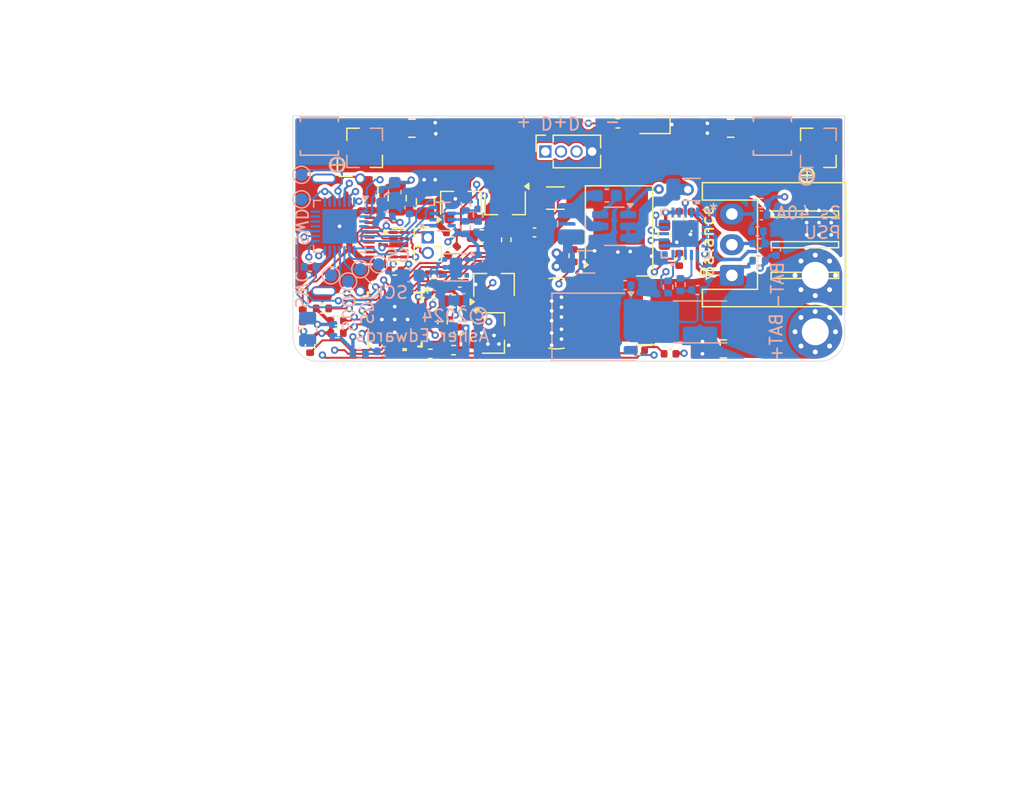
<source format=kicad_pcb>
(kicad_pcb (version 20240108) (generator "pcbnew") (generator_version "8.0")
  (title_block (title "CACKLE 2s 40A PSU & Charger") (date "2024-12-23") (rev "V1") (company "Author: Asher Edwards") (comment 1 "Licensed under CERN-OHL-S"))
  (layers (0 "F.Cu" signal) (1 "In1.Cu" signal) (2 "In2.Cu" signal) (31 "B.Cu" signal) (34 "B.Paste" user) (35 "F.Paste" user) (36 "B.SilkS" user "B.Silkscreen") (37 "F.SilkS" user "F.Silkscreen") (38 "B.Mask" user) (39 "F.Mask" user) (44 "Edge.Cuts" user))
  (net 0 "")
  (net 1 "/Connectors/3.3v")
  (net 2 "GND")
  (net 3 "/Battery Charger/IN")
  (net 4 "Net-(Q1-S)")
  (net 5 "Net-(Q3-G)")
  (net 6 "Net-(Q4-G)")
  (net 7 "Net-(Q4-S)")
  (net 8 "Net-(C4-Pad1)")
  (net 9 "Net-(U2-SW)")
  (net 10 "Net-(U2-BST)")
  (net 11 "Net-(D2-K)")
  (net 12 "Net-(Q1-G)")
  (net 13 "Net-(U3-SRP)")
  (net 14 "Net-(U3-SRN)")
  (net 15 "Net-(U1-BAT)")
  (net 16 "/Battery Charger/MOTORPWR")
  (net 17 "Net-(C7-Pad1)")
  (net 18 "Net-(Q2-D)")
  (net 19 "/Battery Balancer/Mid")
  (net 20 "/Battery Balancer/Up")
  (net 21 "/Battery Charger/Always On PWR")
  (net 22 "Net-(U3-BTST)")
  (net 23 "/Battery Balancer/Low")
  (net 24 "/Battery Charger/REGN")
  (net 25 "/Connectors/RS485+")
  (net 26 "Net-(D1-K)")
  (net 27 "Net-(D4-A)")
  (net 28 "/Battery Balancer/Bat Cell 1")
  (net 29 "/Connectors/RS485-")
  (net 30 "Net-(U3-CMPIN)")
  (net 31 "Net-(Q5-G)")
  (net 32 "Net-(Q6-G)")
  (net 33 "Net-(U1-SRP)")
  (net 34 "Net-(U1-SRN)")
  (net 35 "Net-(U1-DSG)")
  (net 36 "Net-(U3-CMSRC)")
  (net 37 "Net-(U3-ACDRV)")
  (net 38 "Net-(U3-BATDRV)")
  (net 39 "Net-(U3-BATSRC)")
  (net 40 "Net-(U3-ILIM)")
  (net 41 "Net-(U3-ACOK)")
  (net 42 "Net-(U3-TB_STAT_N)")
  (net 43 "/Battery Charger/Charger IADP")
  (net 44 "Net-(U3-BATPRES_N)")
  (net 45 "/SCL")
  (net 46 "/Battery Charger/Charger IDCHG")
  (net 48 "/SDA")
  (net 50 "/MCU/LED")
  (net 52 "/Battery Charger/Charger PROCHOT")
  (net 53 "/MCU/MISO")
  (net 56 "/Connectors/CC2")
  (net 57 "/MCU/UART1_RX")
  (net 58 "/MCU/MOSI")
  (net 59 "/MCU/UART1_TX")
  (net 60 "/MCU/SCLK")
  (net 61 "/Battery Balancer/Balancer Alert")
  (net 62 "/Connectors/CC1")
  (net 63 "/Connectors/D-")
  (net 65 "/Battery Charger/PWRON")
  (net 66 "/MCU/UART1-RTS")
  (net 70 "/MCU/CS")
  (net 76 "/Battery Charger/MCU3.3v")
  (net 77 "Net-(U3-ACP)")
  (net 78 "Net-(U3-ACN)")
  (net 79 "Net-(C18-Pad2)")
  (net 80 "Net-(C21-Pad2)")
  (net 81 "Net-(D1-A)")
  (net 82 "Net-(D2-A)")
  (net 83 "Net-(D3-A)")
  (net 84 "Net-(Q4-D)")
  (net 85 "Net-(NT8-Pad1)")
  (net 86 "Net-(NT14-Pad1)")
  (net 87 "/Battery Balancer/-BAT")
  (net 88 "/Battery Balancer/+BAT")
  (net 89 "/Connectors/D+")
  (net 90 "Net-(C3-Pad1)")
  (net 91 "Net-(C3-Pad2)")
  (footprint "custom_Connector:NetTie-2_SMD_Pad0.8mm" (layer "F.Cu") (at 130.396815 120.140685 45)
    (property "Reference" "NT4" (hide yes))
    (property "Value" "Charge NetTie" (hide yes))
  )
  (footprint "Capacitor_SMD:C_0402_1005Metric" (layer "F.Cu") (at 119.6 124.9 180)
    (property "Reference" "C9" (hide yes))
    (property "Value" "100nF, 16v")
  )
  (footprint "CDDFN10-3324P:CDDFN103324P" (layer "F.Cu") (at 116.388 122.5 -90)
    (property "Reference" "D11" (hide yes))
    (property "Value" "CDDFN10-3324P" (hide yes))
  )
  (footprint "Resistor_SMD:R_0402_1005Metric" (layer "F.Cu") (at 109.5 130.8 -90)
    (property "Reference" "R24" (hide yes))
    (property "Value" "10k")
  )
  (footprint "Resistor_SMD:R_0402_1005Metric" (layer "F.Cu") (at 120.3 128.8 90)
    (property "Reference" "R20" (hide yes))
    (property "Value" "10k")
  )
  (footprint "Resistor_SMD:R_0402_1005Metric" (layer "F.Cu") (at 139.6 123.7 -90)
    (property "Reference" "R10" (hide yes))
    (property "Value" "4.02k")
  )
  (footprint "Capacitor_SMD:C_0805_2012Metric" (layer "F.Cu") (at 143.2 131)
    (property "Reference" "C20" (hide yes))
    (property "Value" "10uF, 16v")
  )
  (footprint "Capacitor_SMD:C_0402_1005Metric" (layer "F.Cu") (at 138.85 131.4)
    (property "Reference" "C23" (hide yes))
    (property "Value" "100nF, 16v")
  )
  (footprint "Resistor_SMD:R_1206_3216Metric" (layer "F.Cu") (at 129.5 118.7 180)
    (property "Reference" "R1" (hide yes))
    (property "Value" "10mOhm, 1W")
  )
  (footprint "Package_TO_SOT_SMD:SC-59" (layer "F.Cu") (at 121.8 119.1 90)
    (property "Reference" "Q1" (hide yes))
    (property "Value" "PJA3430, or HL 2320A")
  )
  (footprint "Diode_SMD:D_0402_1005Metric" (layer "F.Cu") (at 140.6 120.3 90)
    (property "Reference" "D1" (hide yes))
    (property "Value" "GSDH3005")
  )
  (footprint "Package_TO_SOT_SMD:SC-59" (layer "F.Cu") (at 124.4 129.7)
    (property "Reference" "Q5" (hide yes))
    (property "Value" "PJA3430, or HL 2320A")
  )
  (footprint "Resistor_SMD:R_0402_1005Metric" (layer "F.Cu") (at 116.4 124.6 180)
    (property "Reference" "R19" (hide yes))
    (property "Value" "5.1k")
  )
  (footprint "Capacitor_SMD:C_0603_1608Metric" (layer "F.Cu") (at 138.4 121.7 -90)
    (property "Reference" "C2" (hide yes))
    (property "Value" "2.2uf, 16v")
  )
  (footprint "custom_Connector:NetTie-2_SMD_Pad0.2mm" (layer "F.Cu") (at 130.2 118.7)
    (property "Reference" "NT3" (hide yes))
    (property "Value" "Sense NetTie" (hide yes))
  )
  (footprint "Resistor_SMD:R_0402_1005Metric" (layer "F.Cu") (at 134.6 112.6)
    (property "Reference" "R25" (hide yes))
    (property "Value" "80.6 ohm")
  )
  (footprint "Capacitor_SMD:C_0402_1005Metric" (layer "F.Cu") (at 127.8 121.5)
    (property "Reference" "C10" (hide yes))
    (property "Value" "100nF, 16v")
  )
  (footprint "Capacitor_SMD:C_0805_2012Metric" (layer "F.Cu") (at 117.8 113 180)
    (property "Reference" "C12" (hide yes))
    (property "Value" "10uF, 16v")
  )
  (footprint "Capacitor_SMD:C_0402_1005Metric" (layer "F.Cu") (at 121.1 121.5)
    (property "Reference" "C5" (hide yes))
    (property "Value" "1nF, 16v")
  )
  (footprint "custom_Connector:Keystone_3579" (layer "F.Cu") (at 110.25 113.65 180)
    (property "Reference" "J3" (hide yes))
    (property "Value" "Keystone 3579")
  )
  (footprint "Capacitor_SMD:C_0805_2012Metric" (layer "F.Cu") (at 118.9 119 90)
    (property "Reference" "C7" (hide yes))
    (property "Value" "10uF, 16v")
  )
  (footprint "custom_Passives:R_Vishay_2818" (layer "F.Cu") (at 136.95 127.85 180)
    (property "Reference" "R18" (hide yes))
    (property "Value" "5mOhm, 10W, 2818")
  )
  (footprint "Diode_SMD:D_0402_1005Metric" (layer "F.Cu") (at 108.9 128.3 90)
    (property "Reference" "D3" (hide yes))
    (property "Value" "GSDH3005")
  )
  (footprint "Resistor_SMD:R_0402_1005Metric" (layer "F.Cu") (at 139.6 120.3 90)
    (property "Reference" "R3" (hide yes))
    (property "Value" "100ohm")
  )
  (footprint "Inductor_SMD:L_Bourns_SDR0604" (layer "F.Cu") (at 129.6 128.1 90)
    (property "Reference" "L2" (hide yes))
    (property "Value" "6.8uH HPC HPC5040NF-6R8M")
  )
  (footprint "Connector_JST:JST_XH_S3B-XH-A_1x03_P2.50mm_Horizontal" (layer "F.Cu") (at 143.9 125 90)
    (property "Reference" "J2" (hide yes))
    (property "Value" "JST XH-S Balance Plug")
  )
  (footprint "custom_Connector:NetTie-2_SMD_Pad0.28mm" (layer "F.Cu") (at 112.4 123.1 45)
    (property "Reference" "NT12" (hide yes))
    (property "Value" "PWR NetTie" (hide yes))
  )
  (footprint "Resistor_SMD:R_0402_1005Metric" (layer "F.Cu") (at 121.1 123 45)
    (property "Reference" "R8" (hide yes))
    (property "Value" "4.02k")
  )
  (footprint "custom_Connector:Keystone_3569_half" (layer "F.Cu") (at 113.95 112.05)
    (property "Reference" "J5" (hide yes))
    (property "Value" "Keystone 3569")
  )
  (footprint "Resistor_SMD:R_0402_1005Metric" (layer "F.Cu") (at 110.5 127.7)
    (property "Reference" "R23" (hide yes))
    (property "Value" "10k")
  )
  (footprint "Connector_PinSocket_1.27mm:PinSocket_1x04_P1.27mm_Vertical" (layer "F.Cu") (at 128.69 114.9 90)
    (property "Reference" "J11" (hide yes))
    (property "Value" "1.27mm 4 pin socket")
  )
  (footprint "Package_TO_SOT_SMD:SC-59" (layer "F.Cu") (at 124.5 125.8 90)
    (property "Reference" "Q4" (hide yes))
    (property "Value" "PJA3430, or HL 2320A")
  )
  (footprint "Capacitor_SMD:C_0402_1005Metric" (layer "F.Cu") (at 121.6 129.7 -90)
    (property "Reference" "C21" (hide yes))
    (property "Value" "100nF, 16v")
  )
  (footprint "Resistor_SMD:R_0805_2012Metric" (layer "F.Cu") (at 116.6 118.7 90)
    (property "Reference" "R2" (hide yes))
    (property "Value" "2ohm")
  )
  (footprint "Capacitor_SMD:C_0402_1005Metric" (layer "F.Cu") (at 121.7 125.6)
    (property "Reference" "C11" (hide yes))
    (property "Value" "100nF, 16v")
  )
  (footprint "Resistor_SMD:R_0402_1005Metric" (layer "F.Cu") (at 121.2 131.1 180)
    (property "Reference" "R21" (hide yes))
    (property "Value" "10ohm")
  )
  (footprint "Connector_PinHeader_1.27mm:PinHeader_1x02_P1.27mm_Vertical" (layer "F.Cu") (at 119.1 121.9)
    (property "Reference" "J12" (hide yes))
    (property "Value" "USB")
  )
  (footprint "custom_Connector:NetTie-2_SMD_Pad0.2mm" (layer "F.Cu") (at 128.8 118.7 180)
    (property "Reference" "NT2" (hide yes))
    (property "Value" "Sense NetTie" (hide yes))
  )
  (footprint "custom_Connector:NetTie-2_SMD_Pad0.2mm" (layer "F.Cu") (at 124.924999 121.8 180)
    (property "Reference" "NT14" (hide yes))
    (property "Value" "Sense NetTie" (hide yes))
  )
  (footprint "LED_SMD:LED_0603_1608Metric_Pad1.05x0.95mm_HandSolder" (layer "F.Cu") (at 137.2 112.7 180)
    (property "Reference" "D4" (hide yes))
    (property "Value" "2.6~3.1 Fv Green 5ma")
  )
  (footprint "Capacitor_SMD:C_0805_2012Metric" (layer "F.Cu") (at 143.8 113)
    (property "Reference" "C14" (hide yes))
    (property "Value" "10uF, 16v")
  )
  (footprint "Resistor_SMD:R_0402_1005Metric" (layer "F.Cu") (at 111.7 128.7 180)
    (property "Reference" "R29" (hide yes))
    (property "Value" "10k")
  )
  (footprint "Capacitor_SMD:C_0402_1005Metric" (layer "F.Cu") (at 136.3 131.1)
    (property "Reference" "C22" (hide yes))
    (property "Value" "100nF, 16v")
  )
  (footprint "Package_DFN_QFN:PQFN-8-EP_6x5mm_P1.27mm_Generic" (layer "F.Cu") (at 134.7 121.4 90)
    (property "Reference" "Q3" (hide yes))
    (property "Value" "Vishay sir404dp, or SiR500DP")
  )
  (footprint "Resistor_SMD:R_0402_1005Metric" (layer "F.Cu") (at 131 123.4 -90)
    (property "Reference" "R12" (hide yes))
    (property "Value" "10ohm")
  )
  (footprint "Package_TO_SOT_SMD:SC-59" (layer "F.Cu") (at 125.4 119.1 -90)
    (property "Reference" "Q2" (hide yes))
    (property "Value" "PJA3430, or HL 2320A")
  )
  (footprint "Resistor_SMD:R_0402_1005Metric" (layer "F.Cu") (at 125.5 122.1 90)
    (property "Reference" "R7" (hide yes))
    (property "Value" "4.02k")
  )
  (footprint "custom_Connector:Keystone_3579" (layer "F.Cu") (at 147.199999 113.65 180)
    (property "Reference" "J1" (hide yes))
    (property "Value" "Keystone 3579")
  )
  (footprint "MountingHole:MountingHole_2.2mm_M2_Pad_Via" (layer "F.Cu") (at 150.7 129.6)
    (property "Reference" "H1" (hide yes))
    (property "Value" "Bat+")
  )
  (footprint "BQ24780:RUY0028A" (layer "F.Cu") (at 116.4 128.6 -90)
    (property "Reference" "U3" (hide yes))
    (property "Value" "BQ24780SRUYR")
  )
  (footprint "custom_Connector:Keystone_3569_half" (layer "F.Cu") (at 150.95 112.05)
    (property "Reference" "J4" (hide yes))
    (property "Value" "Keystone 3569")
  )
  (footprint "Capacitor_SMD:C_0603_1608Metric" (layer "F.Cu") (at 123.5 121.8 180)
    (property "Reference" "C6" (hide yes))
    (property "Value" "47nF, 16v")
  )
  (footprint "custom_Connector:USB_C_G-Switch_GT-USB-7025-JLCPCBv" (layer "F.Cu") (at 110.9 121.7 -90)
    (property "Reference" "J10" (hide yes))
    (property "Value" "G-Switch-GT-USB-7025")
  )
  (footprint "Capacitor_SMD:C_0603_1608Metric" (layer "F.Cu") (at 121.2 127.1)
    (property "Reference" "C17" (hide yes))
    (property "Value" "47nF, 16v")
  )
  (footprint "Resistor_SMD:R_0402_1005Metric" (layer "F.Cu") (at 111.7 129.7 180)
    (property "Reference" "R11" (hide yes))
    (property "Value" "10k")
  )
  (footprint "custom_Connector:NetTie-2_SMD_Pad0.28mm" (layer "F.Cu") (at 142.645 124.8 180)
    (property "Reference" "NT9" (hide yes))
    (property "Value" "PWR NetTie" (hide yes))
  )
  (footprint "Resistor_SMD:R_0402_1005Metric" (layer "F.Cu") (at 119.3 131.4 180)
    (property "Reference" "R22" (hide yes))
    (property "Value" "10ohm")
  )
  (footprint "Capacitor_SMD:C_0402_1005Metric" (layer "B.Cu") (at 119.6 125.1 -90)
    (property "Reference" "C32" (hide yes))
    (property "Value" "100nF, 16v")
  )
  (footprint "Resistor_SMD:R_0402_1005Metric" (layer "B.Cu") (at 113.5 131.4 180)
    (property "Reference" "R30" (hide yes))
    (property "Value" "866k")
  )
  (footprint "Package_SON:WSON-6-1EP_2x2mm_P0.65mm_EP1x1.6mm" (layer "B.Cu") (at 121.3875 124.35 180)
    (property "Reference" "U7" (hide yes))
    (property "Value" "TPS7A2633DRV")
  )
  (footprint "custom_Connector:NetTie-2_SMD_Pad0.28mm" (layer "B.Cu") (at 145.155 120 180)
    (property "Reference" "NT7" (hide yes))
    (property "Value" "PWR NetTie" (hide yes))
  )
  (footprint "Resistor_SMD:R_0402_1005Metric" (layer "B.Cu") (at 122.2 119.2 90)
    (property "Reference" "R26" (hide yes))
    (property "Value" "120 ohm")
  )
  (footprint "Capacitor_SMD:C_0402_1005Metric" (layer "B.Cu") (at 119.6 126.6)
    (property "Reference" "C15" (hide yes))
    (property "Value" "1uf, 16v")
  )
  (footprint "Capacitor_SMD:C_1206_3216Metric" (layer "B.Cu") (at 140.6 118)
    (property "Reference" "C28" (hide yes))
    (property "Value" "22uf, 16v CL31A226MOCLNN")
  )
  (footprint "Resistor_SMD:R_0402_1005Metric" (layer "B.Cu") (at 115.5 131.2 180)
    (property "Reference" "R31" (hide yes))
    (property "Value" "866k")
  )
  (footprint "Capacitor_SMD:C_0603_1608Metric" (layer "B.Cu") (at 117.6 125 180)
    (property "Reference" "C31" (hide yes))
    (property "Value" "10uF, 16v")
  )
  (footprint "Capacitor_SMD:C_0603_1608Metric" (layer "B.Cu") (at 133.7 118.5 180)
    (property "Reference" "C40" (hide yes))
    (property "Value" "100nF, 16v")
  )
  (footprint "custom_Connector:NetTie-2_SMD_Pad0.28mm" (layer "B.Cu") (at 145 124.3 180)
    (property "Reference" "NT8" (hide yes))
    (property "Value" "PWR NetTie" (hide yes))
  )
  (footprint "TestPoint:TestPoint_Pad_D1.0mm" (layer "B.Cu") (at 108.8 116.8 180)
    (property "Reference" "TP4" (hide yes))
    (property "Value" "SWD" (hide yes))
  )
  (footprint "TestPoint:TestPoint_Pad_D1.0mm" (layer "B.Cu") (at 113.6 124.5 180)
    (property "Reference" "TP3" (hide yes))
    (property "Value" "SCK")
  )
  (footprint "Capacitor_SMD:C_0603_1608Metric" (layer "B.Cu") (at 122 127)
    (property "Reference" "C24" (hide yes))
    (property "Value" "2.2uf, 16v")
  )
  (footprint "Resistor_SMD:R_0402_1005Metric" (layer "B.Cu") (at 146.1 122.4 180)
    (property "Reference" "R16" (hide yes))
    (property "Value" "10ohm")
  )
  (footprint "Package_TO_SOT_SMD:SOT-583-8" (layer "B.Cu") (at 120.3 120.2)
    (property "Reference" "U5" (hide yes))
    (property "Value" "THVD1420DRLR")
  )
  (footprint "Capacitor_SMD:C_0402_1005Metric" (layer "B.Cu") (at 147.5 122.9 90)
    (property "Reference" "C13" (hide yes))
    (property "Value" "220nF, 16v")
  )
  (footprint "Resistor_SMD:R_0402_1005Metric" (layer "B.Cu") (at 146.3 119.1 180)
    (property "Reference" "R17" (hide yes))
    (property "Value" "10ohm")
  )
  (footprint "TestPoint:TestPoint_Pad_D1.0mm" (layer "B.Cu") (at 115.1 124.1 180)
    (property "Reference" "TP2" (hide yes))
    (property "Value" "CS")
  )
  (footprint "Inductor_SMD:L_1008_2520Metric" (layer "B.Cu") (at 130.8 120.8 -90)
    (property "Reference" "L3" (hide yes))
    (property "Value" "2.2uH, WIP322512A-2R2MLDG")
  )
  (footprint "Resistor_SMD:R_0402_1005Metric" (layer "B.Cu") (at 138.7 125.95 -90)
    (property "Reference" "R6" (hide yes))
    (property "Value" "5.1k")
  )
  (footprint "custom_Connector:NetTie-2_SMD_Pad0.2mm" (layer "B.Cu") (at 142.8 128.8 180)
    (property "Reference" "NT1" (hide yes))
    (property "Value" "Sense NetTie" (hide yes))
  )
  (footprint "TestPoint:TestPoint_Pad_D1.0mm" (layer "B.Cu") (at 112.6 125.5 180)
    (property "Reference" "TP5" (hide yes))
    (property "Value" "SDI")
  )
  (footprint "TestPoint:TestPoint_Pad_D1.0mm" (layer "B.Cu") (at 111.2 125 180)
    (property "Reference" "TP6" (hide yes))
    (property "Value" "SDO")
  )
  (footprint "Resistor_SMD:R_0402_1005Metric" (layer "B.Cu") (at 139.7 125.75 -90)
    (property "Reference" "R5" (hide yes))
    (property "Value" "100ohm")
  )
  (footprint "custom_Passives:R_2512_6332Metric_6W" (layer "B.Cu") (at 141.3 128.8)
    (property "Reference" "R14" (hide yes))
    (property "Value" "1mOhm, 6W")
  )
  (footprint "Resistor_SMD:R_0402_1005Metric" (layer "B.Cu") (at 123.2 120.1 -90)
    (property "Reference" "R27" (hide yes))
    (property "Value" "120 ohm")
  )
  (footprint "custom_Connector:NetTie-2_SMD_Pad0.28mm" (layer "B.Cu") (at 112.4 130.5 -45)
    (property "Reference" "NT10" (hide yes))
    (property "Value" "PWR NetTie" (hide yes))
  )
  (footprint "Capacitor_SMD:C_0402_1005Metric" (layer "B.Cu") (at 109.5 124.3 180)
    (property "Reference" "C30" (hide yes))
    (property "Value" "100pF")
  )
  (footprint "Resistor_SMD:R_0402_1005Metric" (layer "B.Cu") (at 115.7 120.2)
    (property "Reference" "R33" (hide yes))
    (property "Value" "5.1k")
  )
  (footprint "Resistor_SMD:R_0402_1005Metric" (layer "B.Cu") (at 142 124.8 -90)
    (property "Reference" "R4" (hide yes))
    (property "Value" "100ohm")
  )
  (footprint "custom_Connector:Keystone_3569_half" (layer "B.Cu") (at 150.95 112.05 180)
    (property "Reference" "J8" (hide yes))
    (property "Value" "Keystone 3569")
  )
  (footprint "Capacitor_SMD:C_0402_1005Metric" (layer "B.Cu") (at 115.2 118.5 -90)
    (property "Reference" "C25" (hide yes))
    (property "Value" "100nF, 16v")
  )
  (footprint "Capacitor_SMD:C_0402_1005Metric" (layer "B.Cu") (at 146.3 120.1 180)
    (property "Reference" "C19" (hide yes))
    (property "Value" "220nF, 16v")
  )
  (footprint "Package_DFN_QFN:PQFN-8-EP_6x5mm_P1.27mm_Generic" (layer "B.Cu") (at 132.925 129.2 180)
    (property "Reference" "Q6" (hide yes))
    (property "Value" "Vishay sir404dp, or SiR500DP")
  )
  (footprint "Capacitor_SMD:C_0402_1005Metric" (layer "B.Cu") (at 123.2 123.8 -90)
    (property "Reference" "C33" (hide yes))
    (property "Value" "2.2uF, 16v")
  )
  (footprint "Capacitor_SMD:C_0402_1005Metric" (layer "B.Cu") (at 145.98 121.4 180)
    (property "Reference" "C18" (hide yes))
    (property "Value" "220nF, 16v")
  )
  (footprint "custom_Connector:Keystone_3579" (layer "B.Cu") (at 110.25 113.65)
    (property "Reference" "J7" (hide yes))
    (property "Value" "Keystone 3579")
  )
  (footprint "BQ76905:VQFN20_RGR_TEX" (layer "B.Cu") (at 140.1 121.6 180)
    (property "Reference" "U1" (hide yes))
    (property "Value" "BQ76905RGRR")
  )
  (footprint "Capacitor_SMD:C_0402_1005Metric" (layer "B.Cu") (at 135.2 125.8 180)
    (property "Reference" "C4" (hide yes))
    (property "Value" "100nF, 16v")
  )
  (footprint "Capacitor_SMD:C_1206_3216Metric" (layer "B.Cu") (at 132 123.9)
    (property "Reference" "C27" (hide yes))
    (property "Value" "22uf, 16v CL31A226MOCLNN")
  )
  (footprint "Package_DFN_QFN:QFN-28-1EP_4x4mm_P0.4mm_EP2.8x2.8mm" (layer "B.Cu") (at 111.9 121 180)
    (property "Reference" "U6" (hide yes))
    (property "Value" "CH32X035G8U6")
  )
  (footprint "Resistor_SMD:R_0805_2012Metric" (layer "B.Cu") (at 109.3 129.4 90)
    (property "Reference" "R9" (hide yes))
    (property "Value" "10ohm")
  )
  (footprint "TestPoint:TestPoint_Pad_D1.0mm" (layer "B.Cu") (at 108.8 118.8 180)
    (property "Reference" "TP1" (hide yes))
    (property "Value" "SWC" (hide yes))
  )
  (footprint "Resistor_SMD:R_0402_1005Metric" (layer "B.Cu") (at 146.1 123.8 180)
    (property "Reference" "R15" (hide yes))
    (property "Value" "10ohm")
  )
  (footprint "Resistor_SMD:R_0402_1005Metric" (layer "B.Cu") (at 122.2 121.1 90)
    (property "Reference" "R28" (hide yes))
    (property "Value" "120 ohm")
  )
  (footprint "custom_Connector:NetTie-2_SMD_Pad0.2mm" (layer "B.Cu") (at 139.8 128.8)
    (property "Reference" "NT11" (hide yes))
    (property "Value" "Sense NetTie" (hide yes))
  )
  (footprint "Package_TO_SOT_SMD:TSOT-23-6" (layer "B.Cu") (at 134.3 121 180)
    (property "Reference" "U2" (hide yes))
    (property "Value" "AP63203WU")
  )
  (footprint "Diode_SMD:D_0402_1005Metric" (layer "B.Cu") (at 111.4 129.5 -90)
    (property "Reference" "D2" (hide yes))
    (property "Value" "GSDH3005")
  )
  (footprint "custom_Connector:Keystone_3569_half" (layer "B.Cu") (at 113.95 112.05 180)
    (property "Reference" "J9" (hide yes))
    (property "Value" "Keystone 3569")
  )
  (footprint "Capacitor_SMD:C_0603_1608Metric" (layer "B.Cu") (at 116.4 118.2 -90)
    (property "Reference" "C26" (hide yes))
    (property "Value" "4.7uF, 16v")
  )
  (footprint "Capacitor_SMD:C_0402_1005Metric" (layer "B.Cu") (at 117.6 119.5 90)
    (property "Reference" "C29" (hide yes))
    (property "Value" "100pF")
  )
  (footprint "custom_Connector:Keystone_3579" (layer "B.Cu") (at 147.200001 113.65)
    (property "Reference" "J6" (hide yes))
    (property "Value" "Keystone 3579")
  )
  (footprint "Capacitor_SMD:C_0402_1005Metric" (layer "B.Cu") (at 141.1 126.2 180)
    (property "Reference" "C3" (hide yes))
    (property "Value" "100nF, 16v")
  )
  (footprint "MountingHole:MountingHole_2.2mm_M2_Pad_Via" (layer "B.Cu") (at 150.7 125 -45)
    (property "Reference" "H2" (hide yes))
    (property "Value" "Bat-")
  )
  (gr_line (start 114.5 125.7) (end 114 125.2) (stroke (width 0.12)) (layer "B.SilkS"))
  (gr_line (start 108.1 130) (end 108.1 112) (stroke (width 0.05)) (layer "Edge.Cuts"))
  (gr_line (start 108.1 112) (end 153.1 112) (stroke (width 0.05)) (layer "Edge.Cuts"))
  (gr_arc (start 153.1 130) (mid 152.514214 131.414214) (end 151.1 132) (stroke (width 0.05)) (layer "Edge.Cuts"))
  (gr_line (start 151.1 132) (end 110.1 132) (stroke (width 0.05)) (layer "Edge.Cuts"))
  (gr_arc (start 110.1 132) (mid 108.685786 131.414214) (end 108.1 130) (stroke (width 0.05)) (layer "Edge.Cuts"))
  (gr_line (start 153.1 112) (end 153.1 130) (stroke (width 0.05)) (layer "Edge.Cuts"))
  (gr_text "BAT+" (at 148.1 128 90) (layer "B.SilkS") (effects (font (size 1 1)) (justify left bottom mirror)))
  (gr_text "⊖" (at 151 117.8 0) (layer "B.SilkS") (effects (font (size 1.5 1.5)) (justify left bottom mirror)))
  (gr_text "⊖" (at 112.7 116.75 0) (layer "B.SilkS") (effects (font (size 1.5 1.5)) (justify left bottom mirror)))
  (gr_text "2s 40A\nPSU" (at 152.9 122.1 0) (layer "B.SilkS") (effects (font (size 1 1)) (justify left bottom mirror)))
  (gr_text "+ D+D- -" (at 126.2 112 180) (layer "B.SilkS") (effects (font (size 1 1)) (justify left bottom mirror)))
  (gr_text "©2024\nAsher Edwards" (at 124.2 130.5 0) (layer "B.SilkS") (effects (font (size 1 1)) (justify left bottom mirror)))
  (gr_text "SWC , SWD" (at 108.2 127.8 270) (layer "B.SilkS") (effects (font (size 1 1)) (justify left bottom mirror)))
  (gr_text "BAT-" (at 148.2 123.8 90) (layer "B.SilkS") (effects (font (size 1 1)) (justify left bottom mirror)))
  (gr_text "⊕" (at 110.7 116.75 -0) (layer "F.SilkS") (effects (font (size 1.5 1.5)) (justify left bottom)))
  (gr_text "Balance" (at 142.5 125.3 90) (layer "F.SilkS") (effects (font (size 1 1)) (justify left bottom)))
  (gr_text "⊕" (at 149 117.6 -0) (layer "F.SilkS") (effects (font (size 1.5 1.5)) (justify left bottom)))
  (via (at 129.6 123.2) (size 0.8) (drill 0.4) (layers "F.Cu" "B.Cu") (net 1))
  (via (at 129.6 124.26) (size 0.8) (drill 0.4) (layers "F.Cu" "B.Cu") (net 1))
  (via (at 137.949999 117.9728) (size 0.8) (drill 0.4) (layers "F.Cu" "B.Cu") (net 1))
  (segment (start 130.8 121.875) (end 130.525 122.15) (width 0.8) (layer "B.Cu") (net 1))
  (segment (start 135.4375 119.5625) (end 135.4375 120.05) (width 0.28) (layer "B.Cu") (net 1))
  (segment (start 129.6 124.26) (end 129.874966 123.985034) (width 0.8) (layer "B.Cu") (net 1))
  (segment (start 130.525 123.9) (end 130.439966 123.985034) (width 0.6) (layer "B.Cu") (net 1))
  (segment (start 137.0272 117.9728) (end 135.4375 119.5625) (width 0.28) (layer "B.Cu") (net 1))
  (segment (start 130.385034 123.985034) (end 130.439966 123.985034) (width 0.8) (layer "B.Cu") (net 1))
  (segment (start 130.525 122.15) (end 130.525 123.9) (width 0.8) (layer "B.Cu") (net 1))
  (segment (start 137.949999 117.9728) (end 137.0272 117.9728) (width 0.28) (layer "B.Cu") (net 1))
  (segment (start 129.6 123.2) (end 130.385034 123.985034) (width 0.8) (layer "B.Cu") (net 1))
  (segment (start 129.874966 123.985034) (end 130.439966 123.985034) (width 0.8) (layer "B.Cu") (net 1))
  (segment (start 139 112.7) (end 138.075 112.7) (width 0.16) (layer "F.Cu") (net 2))
  (segment (start 114.35 117.865) (end 113.59 117.105) (width 0.16) (layer "F.Cu") (net 2))
  (segment (start 114.35 125.535) (end 113.59 126.295) (width 0.16) (layer "F.Cu") (net 2))
  (segment (start 118.299999 129.8) (end 117.6 129.8) (width 0.2) (layer "F.Cu") (net 2))
  (segment (start 124.76 119.862204) (end 126.032204 118.59) (width 0.16) (layer "F.Cu") (net 2))
  (segment (start 117.47 124.04) (end 116.91 124.6) (width 0.16) (layer "F.Cu") (net 2))
  (segment (start 140 131.35) (end 139.38 131.35) (width 0.28) (layer "F.Cu") (net 2))
  (segment (start 123.02 116.88) (end 122.544774 117.355226) (width 0.16) (layer "F.Cu") (net 2))
  (segment (start 119.75 113.45) (end 119.2 113.45) (width 0.16) (layer "F.Cu") (net 2))
  (segment (start 114.35 119.1) (end 114.35 118.185) (width 0.16) (layer "F.Cu") (net 2))
  (segment (start 113.59 117.105) (end 113.445 116.96) (width 0.16) (layer "F.Cu") (net 2))
  (segment (start 117.495367 124.04) (end 117.47 124.04) (width 0.16) (layer "F.Cu") (net 2))
  (segment (start 122.037157 118.762843) (end 121.344634 118.762843) (width 0.16) (layer "F.Cu") (net 2))
  (segment (start 126.3 122.9) (end 126.3 121.535929) (width 0.16) (layer "F.Cu") (net 2))
  (segment (start 125.764071 121) (end 125.022204 121) (width 0.16) (layer "F.Cu") (net 2))
  (segment (start 122.544774 118.255226) (end 122.037157 118.762843) (width 0.16) (layer "F.Cu") (net 2))
  (segment (start 117.539569 124.084202) (end 117.495367 124.04) (width 0.16) (layer "F.Cu") (net 2))
  (segment (start 115.474994 122.635) (end 116.99 122.635) (width 0.16) (layer "F.Cu") (net 2))
  (segment (start 122.544774 117.355226) (end 122.544774 118.255226) (width 0.16) (layer "F.Cu") (net 2))
  (segment (start 126.02 123.18) (end 126.3 122.9) (width 0.16) (layer "F.Cu") (net 2))
  (segment (start 120.08 124.9) (end 120.25 124.73) (width 0.16) (layer "F.Cu") (net 2))
  (segment (start 126.032204 118.59) (end 126.745 118.59) (width 0.16) (layer "F.Cu") (net 2))
  (segment (start 113.445 116.96) (end 110.755 116.96) (width 0.16) (layer "F.Cu") (net 2))
  (segment (start 119.7 112.55) (end 119.25 113) (width 0.16) (layer "F.Cu") (net 2))
  (segment (start 110.755 116.96) (end 110.61 117.105) (width 0.16) (layer "F.Cu") (net 2))
  (segment (start 120.25 124.73) (end 120.97 124.73) (width 0.16) (layer "F.Cu") (net 2))
  (segment (start 120.97 124.73) (end 122.52 123.18) (width 0.16) (layer "F.Cu") (net 2))
  (segment (start 122.32 125.74) (end 122.18 125.6) (width 0.16) (layer "F.Cu") (net 2))
  (segment (start 127.1 118.235) (end 127.1 117.572204) (width 0.16) (layer "F.Cu") (net 2))
  (segment (start 124 130.6) (end 123.5 130.6) (width 0.2) (layer "F.Cu") (net 2))
  (segment (start 126.407796 116.88) (end 123.02 116.88) (width 0.16) (layer "F.Cu") (net 2))
  (segment (start 141.9 113.4) (end 142.45 113.4) (width 0.16) (layer "F.Cu") (net 2))
  (segment (start 126.3 121.535929) (end 125.764071 121) (width 0.16) (layer "F.Cu") (net 2))
  (segment (start 142.45 113.4) (end 142.85 113) (width 0.16) (layer "F.Cu") (net 2))
  (segment (start 114.35 118.185) (end 114.35 117.865) (width 0.16) (layer "F.Cu") (net 2))
  (segment (start 114.35 124.3) (end 114.35 125.215) (width 0.16) (layer "F.Cu") (net 2))
  (segment (start 139.38 131.35) (end 139.33 131.4) (width 0.28) (layer "F.Cu") (net 2))
  (segment (start 142.3 113) (end 142.85 113) (width 0.16) (layer "F.Cu") (net 2))
  (segment (start 126.745 118.59) (end 127.1 118.235) (width 0.16) (layer "F.Cu") (net 2))
  (segment (start 114.35 125.215) (end 114.35 125.535) (width 0.16) (layer "F.Cu") (net 2))
  (segment (start 122.2 129.311716) (end 121.691716 129.311716) (width 0.16) (layer "F.Cu") (net 2))
  (segment (start 116.99 122.635) (end 117.125 122.5) (width 0.16) (layer "F.Cu") (net 2))
  (segment (start 122.52 123.18) (end 126.02 123.18) (width 0.16) (layer "F.Cu") (net 2))
  (segment (start 119.25 113) (end 118.75 113) (width 0.16) (layer "F.Cu") (net 2))
  (segment (start 121.691716 129.311716) (end 121.6 129.22) (width 0.16) (layer "F.Cu") (net 2))
  (segment (start 127.1 117.572204) (end 126.407796 116.88) (width 0.16) (layer "F.Cu") (net 2))
  (segment (start 141.9 112.6) (end 142.3 113) (width 0.16) (layer "F.Cu") (net 2))
  (segment (start 123 125.74) (end 122.32 125.74) (width 0.16) (layer "F.Cu") (net 2))
  (segment (start 117.6 129.8) (end 116.4 128.6) (width 0.2) (layer "F.Cu") (net 2))
  (segment (start 125.022204 121) (end 124.76 120.737796) (width 0.16) (layer "F.Cu") (net 2))
  (segment (start 115.365 122.744994) (end 115.474994 122.635) (width 0.16) (layer "F.Cu") (net 2))
  (segment (start 124.76 120.737796) (end 124.76 119.862204) (width 0.16) (layer "F.Cu") (net 2))
  (segment (start 119.2 113.45) (end 118.75 113) (width 0.16) (layer "F.Cu") (net 2))
  (via (at 130 128.4) (size 0.6) (drill 0.3) (layers "F.Cu" "B.Cu") (net 2))
  (via (at 150 121.7) (size 0.6) (drill 0.3) (layers "F.Cu" "B.Cu") (net 2))
  (via (at 129.2 127.9) (size 0.6) (drill 0.3) (layers "F.Cu" "B.Cu") (net 2))
  (via (at 152 120.7) (size 0.6) (drill 0.3) (layers "F.Cu" "B.Cu") (net 2))
  (via (at 129.2 129.7) (size 0.6) (drill 0.3) (layers "F.Cu" "B.Cu") (net 2))
  (via (at 119.7 112.55) (size 0.6) (drill 0.3) (layers "F.Cu" "B.Cu") (net 2))
  (via (at 124.9 130.6) (size 0.6) (drill 0.3) (layers "F.Cu" "B.Cu") (net 2))
  (via (at 109.412841 124.96708) (size 0.6) (drill 0.3) (layers "F.Cu" "B.Cu") (net 2))
  (via (at 130 129.4) (size 0.6) (drill 0.3) (layers "F.Cu" "B.Cu") (net 2))
  (via (at 141.9 113.4) (size 0.6) (drill 0.3) (layers "F.Cu" "B.Cu") (net 2))
  (via (at 131.845 123.9) (size 0.6) (drill 0.3) (layers "F.Cu" "B.Cu") (net 2))
  (via (at 124 130.6) (size 0.6) (drill 0.3) (layers "F.Cu" "B.Cu") (net 2))
  (via (at 118.8 117.2) (size 0.6) (drill 0.3) (layers "F.Cu" "B.Cu") (net 2))
  (via (at 130 127.6) (size 0.6) (drill 0.3) (layers "F.Cu" "B.Cu") (net 2))
  (via (at 151 120.7) (size 0.6) (drill 0.3) (layers "F.Cu" "B.Cu") (net 2))
  (via (at 151 121.7) (size 0.6) (drill 0.3) (layers "F.Cu" "B.Cu") (net 2))
  (via (at 152 119.7) (size 0.6) (drill 0.3) (layers "F.Cu" "B.Cu") (net 2))
  (via (at 115.365 122.744994) (size 0.6) (drill 0.3) (layers "F.Cu" "B.Cu") (net 2))
  (via (at 137.350595 123.44) (size 0.6) (drill 0.3) (layers "F.Cu" "B.Cu") (net 2))
  (via (at 123 125.74) (size 0.6) (drill 0.3) (layers "F.Cu" "B.Cu") (net 2))
  (via (at 130 126.78) (size 0.6) (drill 0.3) (layers "F.Cu" "B.Cu") (net 2))
  (via (at 141.5 130.4) (size 0.6) (drill 0.3) (layers "F.Cu" "B.Cu") (net 2))
  (via (at 150 120.7) (size 0.6) (drill 0.3) (layers "F.Cu" "B.Cu") (net 2))
  (via (at 141.5 131.4) (size 0.6) (drill 0.3) (layers "F.Cu" "B.Cu") (net 2))
  (via (at 135.607048 123.056411) (size 0.6) (drill 0.3) (layers "F.Cu" "B.Cu") (net 2))
  (via (at 134.6 123.1) (size 0.6) (drill 0.3) (layers "F.Cu" "B.Cu") (net 2))
  (via (at 123.5 129.7) (size 0.6) (drill 0.3) (layers "F.Cu" "B.Cu") (net 2))
  (via (at 152 121.7) (size 0.6) (drill 0.3) (layers "F.Cu" "B.Cu") (net 2))
  (via (at 124.5 129.9) (size 0.6) (drill 0.3) (layers "F.Cu" "B.Cu") (net 2))
  (via (at 129.2 130.7) (size 0.6) (drill 0.3) (layers "F.Cu" "B.Cu") (net 2))
  (via (at 129.2 127.1) (size 0.6) (drill 0.3) (layers "F.Cu" "B.Cu") (net 2))
  (via (at 131.584856 124.7) (size 0.6) (drill 0.3) (layers "F.Cu" "B.Cu") (net 2))
  (via (at 125.7 130.7) (size 0.6) (drill 0.3) (layers "F.Cu" "B.Cu") (net 2))
  (via (at 132.7 123.005) (size 0.6) (drill 0.3) (layers "F.Cu" "B.Cu") (net 2))
  (via (at 139 112.7) (size 0.6) (drill 0.3) (layers "F.Cu" "B.Cu") (net 2))
  (via (at 151 119.7) (size 0.6) (drill 0.3) (layers "F.Cu" "B.Cu") (net 2))
  (via (at 130 130.2) (size 0.6) (drill 0.3) (layers "F.Cu" "B.Cu") (net 2))
  (via (at 122.2 129.311716) (size 0.6) (drill 0.3) (layers "F.Cu" "B.Cu") (net 2))
  (via (at 129.2 128.7) (size 0.6) (drill 0.3) (layers "F.Cu" "B.Cu") (net 2))
  (via (at 140 131.35) (size 0.6) (drill 0.3) (layers "F.Cu" "B.Cu") (net 2))
  (via (at 121.344634 118.762843) (size 0.6) (drill 0.3) (layers "F.Cu" "B.Cu") (net 2))
  (via (at 117.539569 124.084202) (size 0.6) (drill 0.3) (layers "F.Cu" "B.Cu") (net 2))
  (via (at 141.9 112.6) (size 0.6) (drill 0.3) (layers "F.Cu" "B.Cu") (net 2))
  (via (at 150 119.7) (size 0.6) (drill 0.3) (layers "F.Cu" "B.Cu") (net 2))
  (via (at 119.7 117.2) (size 0.6) (drill 0.3) (layers "F.Cu" "B.Cu") (net 2))
  (via (at 111.9 121) (size 0.6) (drill 0.3) (layers "F.Cu" "B.Cu") (net 2))
  (via (at 119.75 113.45) (size 0.6) (drill 0.3) (layers "F.Cu" "B.Cu") (net 2))
  (segment (start 120.705 119.45) (end 121.04 119.45) (width 0.16) (layer "B.Cu") (net 2))
  (segment (start 120.465 119.917402) (end 119.932402 120.45) (width 0.16) (layer "B.Cu") (net 2))
  (segment (start 134.72 125.8) (end 134.72 127.405) (width 0.28) (layer "B.Cu") (net 2))
  (segment (start 115.19 120.2) (end 115.19 118.99) (width 0.16) (layer "B.Cu") (net 2))
  (segment (start 120.465 119.69) (end 120.705 119.45) (width 0.16) (layer "B.Cu") (net 2))
  (segment (start 116.445 119.02) (end 116.4 118.975) (width 0.16) (layer "B.Cu") (net 2))
  (segment (start 115.2 118.98) (end 116.395 118.98) (width 0.16) (layer "B.Cu") (net 2))
  (segment (start 119.53 120.42) (end 119.56 120.45) (width 0.16) (layer "B.Cu") (net 2))
  (segment (start 121.44 119.45) (end 122.2 118.69) (width 0.16) (layer "B.Cu") (net 2))
  (segment (start 109.412841 124.96708) (end 109.412841 124.692841) (width 0.16) (layer "B.Cu") (net 2))
  (segment (start 121.344634 118.762843) (end 121.417477 118.69) (width 0.16) (layer "B.Cu") (net 2))
  (segment (start 115.19 118.99) (end 115.2 118.98) (width 0.16) (layer "B.Cu") (net 2))
  (segment (start 120.465 119.917402) (end 120.465 119.69) (width 0.16) (layer "B.Cu") (net 2))
  (segment (start 122.275 124.35) (end 123.13 124.35) (width 0.16) (layer "B.Cu") (net 2))
  (segment (start 123.13 124.35) (end 123.2 124.28) (width 0.16) (layer "B.Cu") (net 2))
  (segment (start 121.417477 118.69) (end 122.2 118.69) (width 0.16) (layer "B.Cu") (net 2))
  (segment (start 109.412841 124.692841) (end 109.02 124.3) (width 0.16) (layer "B.Cu") (net 2))
  (segment (start 134.72 127.405) (end 132.925 129.2) (width 0.28) (layer "B.Cu") (net 2))
  (segment (start 117.6 119.02) (end 116.445 119.02) (width 0.16) (layer "B.Cu") (net 2))
  (segment (start 121.04 119.45) (end 121.44 119.45) (width 0.16) (layer "B.Cu") (net 2))
  (segment (start 119.932402 120.45) (end 119.56 120.45) (width 0.16) (layer "B.Cu") (net 2))
  (segment (start 117.539569 124.084202) (end 117.539569 124.285431) (width 0.16) (layer "B.Cu") (net 2))
  (segment (start 116.395 118.98) (end 116.4 118.975) (width 0.16) (layer "B.Cu") (net 2))
  (segment (start 120.04 120.92) (end 120.04 119.24) (width 0.5) (layer "F.Cu") (net 3))
  (segment (start 116.820881 117.7875) (end 118.033381 119) (width 0.5) (layer "F.Cu") (net 3))
  (segment (start 112.7 122.7) (end 113.71 123.71) (width 0.5) (layer "F.Cu") (net 3))
  (segment (start 118.033381 119) (end 119.8 119) (width 0.5) (layer "F.Cu") (net 3))
  (segment (start 120.04 119.24) (end 119.8 119) (width 0.5) (layer "F.Cu") (net 3))
  (segment (start 120.9 117.9) (end 121.8 117.9) (width 0.5) (layer "F.Cu") (net 3))
  (segment (start 113.6 119.7) (end 112.7 120.6) (width 0.5) (layer "F.Cu") (net 3))
  (segment (start 115.2 119.7) (end 113.6 119.7) (width 0.5) (layer "F.Cu") (net 3))
  (segment (start 116.6 117.7875) (end 116.820881 117.7875) (width 0.5) (layer "F.Cu") (net 3))
  (segment (start 120.62 121.5) (end 120.04 120.92) (width 0.5) (layer "F.Cu") (net 3))
  (segment (start 115.4 118.25) (end 115.4 119.5) (width 0.5) (layer "F.Cu") (net 3))
  (segment (start 119.8 119) (end 120.9 117.9) (width 0.5) (layer "F.Cu") (net 3))
  (segment (start 115.4 119.5) (end 115.2 119.7) (width 0.5) (layer "F.Cu") (net 3))
  (segment (start 112.7 120.6) (end 112.7 122.7) (width 0.5) (layer "F.Cu") (net 3))
  (segment (start 113.71 123.71) (end 114.49 123.71) (width 0.5) (layer "F.Cu") (net 3))
  (segment (start 116.6 117.7875) (end 115.8625 117.7875) (width 0.5) (layer "F.Cu") (net 3))
  (segment (start 115.8625 117.7875) (end 115.4 118.25) (width 0.5) (layer "F.Cu") (net 3))
  (segment (start 124 119.5) (end 124.45 119.05) (width 0.5) (layer "F.Cu") (net 4))
  (segment (start 122.75 120.3) (end 123.6 120.3) (width 0.5) (layer "F.Cu") (net 4))
  (segment (start 124 119.9) (end 124 119.5) (width 0.5) (layer "F.Cu") (net 4))
  (segment (start 124.275 121.175) (end 124.275 121.8) (width 0.5) (layer "F.Cu") (net 4))
  (segment (start 123.6 120.3) (end 124 119.9) (width 0.5) (layer "F.Cu") (net 4))
  (segment (start 124 119.9) (end 124 120.9) (width 0.5) (layer "F.Cu") (net 4))
  (segment (start 124 120.9) (end 124.275 121.175) (width 0.5) (layer "F.Cu") (net 4))
  (segment (start 124.45 119.05) (end 124.45 117.9) (width 0.5) (layer "F.Cu") (net 4))
  (segment (start 139.14 123.65) (end 139.6 123.19) (width 0.16) (layer "F.Cu") (net 5))
  (segment (start 138.201469 123.65) (end 139.14 123.65) (width 0.16) (layer "F.Cu") (net 5))
  (segment (start 136.75 123.98) (end 137.871469 123.98) (width 0.16) (layer "F.Cu") (net 5))
  (segment (start 136.605 124.125) (end 136.75 123.98) (width 0.16) (layer "F.Cu") (net 5))
  (segment (start 137.871469 123.98) (end 138.201469 123.65) (width 0.16) (layer "F.Cu") (net 5))
  (segment (start 119.499999 127.519168) (end 118.819166 128.200001) (width 0.16) (layer "F.Cu") (net 6))
  (segment (start 119.499999 127.37) (end 119.499999 127.519168) (width 0.16) (layer "F.Cu") (net 6))
  (segment (start 118.819166 128.200001) (end 118.299999 128.200001) (width 0.16) (layer "F.Cu") (net 6))
  (segment (start 123.55 126.45) (end 123.55 127) (width 0.16) (layer "F.Cu") (net 6))
  (segment (start 124.4 125.6) (end 123.55 126.45) (width 0.16) (layer "F.Cu") (net 6))
  (via (at 124.4 125.6) (size 0.6) (drill 0.3) (layers "F.Cu" "B.Cu") (net 6))
  (via (at 119.499999 127.37) (size 0.6) (drill 0.3) (layers "F.Cu" "B.Cu") (net 6))
  (segment (start 126.95 127.4) (end 127.65 128.1) (width 0.28) (layer "F.Cu") (net 7))
  (segment (start 121.16 126.285) (end 122.275 127.4) (width 0.28) (layer "F.Cu") (net 7))
  (segment (start 121.975 127.1) (end 122.775 127.9) (width 0.5) (layer "F.Cu") (net 7))
  (segment (start 118.665685 127.799999) (end 118.299999 127.799999) (width 0.2) (layer "F.Cu") (net 7))
  (segment (start 118.899999 127.565685) (end 118.665685 127.799999) (width 0.2) (layer "F.Cu") (net 7))
  (segment (start 127.15 127.9) (end 127.3 127.75) (width 0.5) (layer "F.Cu") (net 7))
  (segment (start 125.45 127) (end 126.55 127) (width 0.8) (layer "F.Cu") (net 7))
  (segment (start 118.899999 127.000001) (end 118.899999 127.565685) (width 0.2) (layer "F.Cu") (net 7))
  (segment (start 125.6 129.7) (end 126.05 129.7) (width 0.8) (layer "F.Cu") (net 7))
  (segment (start 119 126.9) (end 119.615 126.285) (width 0.28) (layer "F.Cu") (net 7))
  (segment (start 122.775 127.9) (end 127.15 127.9) (width 0.5) (layer "F.Cu") (net 7))
  (segment (start 126.55 127) (end 127.65 128.1) (width 0.8) (layer "F.Cu") (net 7))
  (segment (start 126.05 129.7) (end 127.65 128.1) (width 0.8) (layer "F.Cu") (net 7))
  (segment (start 119 126.9) (end 118.899999 127.000001) (width 0.2) (layer "F.Cu") (net 7))
  (segment (start 119.615 126.285) (end 121.16 126.285) (width 0.28) (layer "F.Cu") (net 7))
  (segment (start 127.3 127.75) (end 127.65 128.1) (width 0.8) (layer "F.Cu") (net 7))
  (segment (start 135.68 125.8) (end 135.65 125.83) (width 0.28) (layer "B.Cu") (net 8))
  (segment (start 135.65 125.83) (end 135.65 127.295) (width 0.28) (layer "B.Cu") (net 8))
  (segment (start 132.925 118.5) (end 132.025 118.5) (width 0.8) (layer "B.Cu") (net 9))
  (segment (start 133.1625 121) (end 132.385184 121) (width 0.8) (layer "B.Cu") (net 9))
  (segment (start 131.110184 119.725) (end 130.8 119.725) (width 0.8) (layer "B.Cu") (net 9))
  (segment (start 132.385184 121) (end 131.110184 119.725) (width 0.8) (layer "B.Cu") (net 9))
  (segment (start 132.025 118.5) (end 130.8 119.725) (width 0.8) (layer "B.Cu") (net 9))
  (segment (start 134.475 118.5) (end 134.475 118.7375) (width 0.28) (layer "B.Cu") (net 10))
  (segment (start 134.475 118.7375) (end 133.1625 120.05) (width 0.28) (layer "B.Cu") (net 10))
  (segment (start 110.1 129) (end 109.885 128.785) (width 0.16) (layer "F.Cu") (net 11))
  (segment (start 109.885 128.785) (end 108.9 128.785) (width 0.16) (layer "F.Cu") (net 11))
  (via (at 110.1 129) (size 0.6) (drill 0.3) (layers "F.Cu" "B.Cu") (net 11))
  (segment (start 110.1 129) (end 111.385 129) (width 0.28) (layer "B.Cu") (net 11))
  (segment (start 111.385 129) (end 111.4 129.015) (width 0.28) (layer "B.Cu") (net 11))
  (segment (start 124.072204 117.2) (end 125.65 117.2) (width 0.16) (layer "F.Cu") (net 12))
  (segment (start 125.65 117.2) (end 126.35 117.9) (width 0.16) (layer "F.Cu") (net 12))
  (segment (start 121.8 121.28) (end 121.8 119.6) (width 0.16) (layer "F.Cu") (net 12))
  (segment (start 121.58 121.5) (end 121.8 121.28) (width 0.16) (layer "F.Cu") (net 12))
  (segment (start 122.8 118.6) (end 122.833224 118.6) (width 0.16) (layer "F.Cu") (net 12))
  (segment (start 123.81 117.623224) (end 123.81 117.462204) (width 0.16) (layer "F.Cu") (net 12))
  (segment (start 120.85 120.3) (end 120.85 120.77) (width 0.16) (layer "F.Cu") (net 12))
  (segment (start 122.833224 118.6) (end 123.81 117.623224) (width 0.16) (layer "F.Cu") (net 12))
  (segment (start 121.58 121.5) (end 121.460624 121.619376) (width 0.16) (layer "F.Cu") (net 12))
  (segment (start 122.725 121.8) (end 121.88 121.8) (width 0.16) (layer "F.Cu") (net 12))
  (segment (start 120.85 120.77) (end 121.58 121.5) (width 0.16) (layer "F.Cu") (net 12))
  (segment (start 121.88 121.8) (end 121.58 121.5) (width 0.16) (layer "F.Cu") (net 12))
  (segment (start 121.8 119.6) (end 122.8 118.6) (width 0.16) (layer "F.Cu") (net 12))
  (segment (start 121.460624 121.619376) (end 121.460624 122.639376) (width 0.16) (layer "F.Cu") (net 12))
  (segment (start 123.81 117.462204) (end 124.072204 117.2) (width 0.16) (layer "F.Cu") (net 12))
  (segment (start 117.200001 130.780835) (end 117.200001 130.500001) (width 0.16) (layer "F.Cu") (net 13))
  (segment (start 117.519166 131.1) (end 117.200001 130.780835) (width 0.16) (layer "F.Cu") (net 13))
  (segment (start 120.69 131.1) (end 120.39 130.8) (width 0.16) (layer "F.Cu") (net 13))
  (segment (start 118.2 131.1) (end 117.519166 131.1) (width 0.16) (layer "F.Cu") (net 13))
  (segment (start 118.5 130.8) (end 118.2 131.1) (width 0.16) (layer "F.Cu") (net 13))
  (segment (start 120.39 130.8) (end 118.5 130.8) (width 0.16) (layer "F.Cu") (net 13))
  (segment (start 118.79 131.4) (end 118.67 131.52) (width 0.16) (layer "F.Cu") (net 14))
  (segment (start 116.799999 130.833381) (end 116.799999 130.500001) (width 0.16) (layer "F.Cu") (net 14))
  (segment (start 117.486618 131.52) (end 116.799999 130.833381) (width 0.16) (layer "F.Cu") (net 14))
  (segment (start 118.67 131.52) (end 117.486618 131.52) (width 0.16) (layer "F.Cu") (net 14))
  (segment (start 138.4 120.7) (end 138.4 120.925) (width 0.28) (layer "F.Cu") (net 15))
  (segment (start 138.5 120.6) (end 138.4 120.7) (width 0.28) (layer "F.Cu") (net 15))
  (segment (start 138.5 119.8728) (end 139.5172 119.8728) (width 0.28) (layer "F.Cu") (net 15))
  (segment (start 139.5172 119.8728) (end 139.6 119.79) (width 0.28) (layer "F.Cu") (net 15))
  (segment (start 138.5 119.8728) (end 138.5 120.6) (width 0.28) (layer "F.Cu") (net 15))
  (via (at 138.5 119.8728) (size 0.6) (drill 0.3) (layers "F.Cu" "B.Cu") (net 15))
  (segment (start 139.599874 119.8728) (end 139.099748 119.8728) (width 0.28) (layer "B.Cu") (net 15))
  (segment (start 138.5 119.8728) (end 139.099748 119.8728) (width 0.28) (layer "B.Cu") (net 15))
  (segment (start 140.3 118) (end 138.8 116.5) (width 0.5) (layer "F.Cu") (net 16))
  (via (at 140.3 118) (size 1) (drill 0.6) (layers "F.Cu" "B.Cu") (net 16))
  (segment (start 136.7 119.8) (end 136.7 120.6875) (width 0.8) (layer "B.Cu") (net 16))
  (segment (start 140.3 118) (end 139.124999 118) (width 0.8) (layer "B.Cu") (net 16))
  (segment (start 136.15 121.95) (end 135.4375 121.95) (width 0.8) (layer "B.Cu") (net 16))
  (segment (start 135.4375 121) (end 135.4375 121.95) (width 0.28) (layer "B.Cu") (net 16))
  (segment (start 136.7 120.6875) (end 136.428488 120.959012) (width 0.8) (layer "B.Cu") (net 16))
  (segment (start 138.4 118.9728) (end 137.5272 118.9728) (width 0.8) (layer "B.Cu") (net 16))
  (segment (start 136.428488 121.671512) (end 136.15 121.95) (width 0.8) (layer "B.Cu") (net 16))
  (segment (start 139.124999 118) (end 139.124999 118.247801) (width 0.8) (layer "B.Cu") (net 16))
  (segment (start 139.124999 118.247801) (end 138.4 118.9728) (width 0.8) (layer "B.Cu") (net 16))
  (segment (start 137.5272 118.9728) (end 136.7 119.8) (width 0.8) (layer "B.Cu") (net 16))
  (segment (start 136.428488 120.959012) (end 136.428488 121.671512) (width 0.8) (layer "B.Cu") (net 16))
  (segment (start 118.05 119.95) (end 118.9 119.95) (width 0.5) (layer "F.Cu") (net 17))
  (segment (start 116.6 119.6125) (end 117.7125 119.6125) (width 0.5) (layer "F.Cu") (net 17))
  (segment (start 117.7125 119.6125) (end 118.05 119.95) (width 0.5) (layer "F.Cu") (net 17))
  (segment (start 126.4375 120.3) (end 128.0375 118.7) (width 0.5) (layer "F.Cu") (net 18))
  (segment (start 125.4 120.3) (end 126.4375 120.3) (width 0.5) (layer "F.Cu") (net 18))
  (segment (start 147.48 122.4) (end 147.5 122.42) (width 0.28) (layer "B.Cu") (net 19))
  (segment (start 144.6 123.7) (end 142.9 123.7) (width 0.28) (layer "B.Cu") (net 19))
  (segment (start 141.100252 119.8728) (end 141.8272 120.599748) (width 0.2) (layer "B.Cu") (net 19))
  (segment (start 142.3 121.6) (end 141.8272 121.6) (width 0.28) (layer "B.Cu") (net 19))
  (segment (start 146.46 122.25) (end 146.61 122.4) (width 0.28) (layer "B.Cu") (net 19))
  (segment (start 142.5736 123.3736) (end 142.5736 121.8736) (width 0.28) (layer "B.Cu") (net 19))
  (segment (start 140.600126 119.8728) (end 141.100252 119.8728) (width 0.2) (layer "B.Cu") (net 19))
  (segment (start 141.8272 120.599748) (end 141.8272 122.100126) (width 0.2) (layer "B.Cu") (net 19))
  (segment (start 146.61 122.4) (end 145.95 123.06) (width 0.28) (layer "B.Cu") (net 19))
  (segment (start 146.46 121.4) (end 146.46 122.25) (width 0.28) (layer "B.Cu") (net 19))
  (segment (start 142.5736 121.8736) (end 142.3 121.6) (width 0.28) (layer "B.Cu") (net 19))
  (segment (start 145.24 123.06) (end 144.6 123.7) (width 0.28) (layer "B.Cu") (net 19))
  (segment (start 142.9 123.7) (end 142.5736 123.3736) (width 0.28) (layer "B.Cu") (net 19))
  (segment (start 146.61 122.4) (end 147.48 122.4) (width 0.28) (layer "B.Cu") (net 19))
  (segment (start 145.95 123.06) (end 145.24 123.06) (width 0.28) (layer "B.Cu") (net 19))
  (via (at 140.095298 119.095681) (size 0.6) (drill 0.3) (layers "F.Cu" "B.Cu") (net 20))
  (via (at 146.20497 124.40418) (size 0.6) (drill 0.3) (layers "F.Cu" "B.Cu") (net 20))
  (segment (start 147.03 123.38) (end 146.61 123.8) (width 0.28) (layer "B.Cu") (net 20))
  (segment (start 140.1 119.100383) (end 140.1 119.8728) (width 0.28) (layer "B.Cu") (net 20))
  (segment (start 140.095298 119.095681) (end 140.1 119.100383) (width 0.28) (layer "B.Cu") (net 20))
  (segment (start 146.20497 124.40418) (end 146.61 123.99915) (width 0.28) (layer "B.Cu") (net 20))
  (segment (start 146.61 123.99915) (end 146.61 123.8) (width 0.28) (layer "B.Cu") (net 20))
  (segment (start 147.5 123.38) (end 147.03 123.38) (width 0.28) (layer "B.Cu") (net 20))
  (segment (start 118.34 126.74) (end 118.299999 126.780001) (width 0.2) (layer "F.Cu") (net 21))
  (segment (start 118.299999 126.780001) (end 118.299999 127.4) (width 0.2) (layer "F.Cu") (net 21))
  (via (at 108.980342 129.579999) (size 0.6) (drill 0.3) (layers "F.Cu" "B.Cu") (net 21))
  (via (at 118.34 126.74) (size 0.6) (drill 0.3) (layers "F.Cu" "B.Cu") (net 21))
  (segment (start 120.5 125) (end 119.98 125) (width 0.28) (layer "B.Cu") (net 21))
  (segment (start 108.980342 129.992842) (end 109.3 130.3125) (width 0.28) (layer "B.Cu") (net 21))
  (segment (start 118.34 126.74) (end 118.375 126.705) (width 0.28) (layer "B.Cu") (net 21))
  (segment (start 120.5 123.7) (end 120.2 123.7) (width 0.28) (layer "B.Cu") (net 21))
  (segment (start 108.980342 129.579999) (end 108.980342 129.992842) (width 0.28) (layer "B.Cu") (net 21))
  (segment (start 118.375 125) (end 119.22 125) (width 0.28) (layer "B.Cu") (net 21))
  (segment (start 118.34 126.74) (end 118.48 126.6) (width 0.28) (layer "B.Cu") (net 21))
  (segment (start 119.94 124.28) (end 119.6 124.62) (width 0.28) (layer "B.Cu") (net 21))
  (segment (start 118.375 126.705) (end 118.375 125) (width 0.28) (layer "B.Cu") (net 21))
  (segment (start 118.48 126.6) (end 119.12 126.6) (width 0.28) (layer "B.Cu") (net 21))
  (segment (start 119.22 125) (end 119.6 124.62) (width 0.28) (layer "B.Cu") (net 21))
  (segment (start 119.94 123.96) (end 119.94 124.28) (width 0.28) (layer "B.Cu") (net 21))
  (segment (start 120.2 123.7) (end 119.94 123.96) (width 0.28) (layer "B.Cu") (net 21))
  (segment (start 119.98 125) (end 119.6 124.62) (width 0.28) (layer "B.Cu") (net 21))
  (segment (start 119.792872 127.865) (end 119.796959 127.865) (width 0.2) (layer "F.Cu") (net 22))
  (segment (start 119.796959 127.865) (end 120.425 127.236959) (width 0.2) (layer "F.Cu") (net 22))
  (segment (start 118.299999 128.6) (end 119.061959 128.6) (width 0.2) (layer "F.Cu") (net 22))
  (segment (start 119.515 128.146959) (end 119.515 128.142872) (width 0.2) (layer "F.Cu") (net 22))
  (segment (start 119.061959 128.6) (end 119.515 128.146959) (width 0.2) (layer "F.Cu") (net 22))
  (segment (start 120.425 127.236959) (end 120.425 127.1) (width 0.2) (layer "F.Cu") (net 22))
  (segment (start 119.515 128.142872) (end 119.792872 127.865) (width 0.2) (layer "F.Cu") (net 22))
  (via (at 148.2 118.6) (size 0.6) (drill 0.3) (layers "F.Cu" "B.Cu") (net 23))
  (via (at 141.687254 123.262868) (size 0.6) (drill 0.3) (layers "F.Cu" "B.Cu") (net 23))
  (segment (start 146.81 120.07) (end 146.78 120.1) (width 0.28) (layer "B.Cu") (net 23))
  (segment (start 141.8272 123.122922) (end 141.8272 122.600252) (width 0.28) (layer "B.Cu") (net 23))
  (segment (start 147.31 118.6) (end 146.81 119.1) (width 0.28) (layer "B.Cu") (net 23))
  (segment (start 141.687254 123.262868) (end 141.8272 123.122922) (width 0.28) (layer "B.Cu") (net 23))
  (segment (start 146.81 119.1) (end 146.81 120.07) (width 0.28) (layer "B.Cu") (net 23))
  (segment (start 148.2 118.6) (end 147.31 118.6) (width 0.28) (layer "B.Cu") (net 23))
  (segment (start 120.482919 128.472919) (end 120.3 128.29) (width 0.28) (layer "F.Cu") (net 24))
  (segment (start 119.590001 128.999999) (end 118.299999 128.999999) (width 0.2) (layer "F.Cu") (net 24))
  (segment (start 120.3 128.29) (end 119.590001 128.999999) (width 0.2) (layer "F.Cu") (net 24))
  (segment (start 121.351203 128.231716) (end 121.11 128.472919) (width 0.28) (layer "F.Cu") (net 24))
  (segment (start 121.11 128.472919) (end 120.482919 128.472919) (width 0.28) (layer "F.Cu") (net 24))
  (via (at 121.351203 128.231716) (size 0.6) (drill 0.3) (layers "F.Cu" "B.Cu") (net 24))
  (segment (start 121.351203 128.231716) (end 121.351203 127.126203) (width 0.28) (layer "B.Cu") (net 24))
  (segment (start 121.351203 127.126203) (end 121.225 127) (width 0.28) (layer "B.Cu") (net 24))
  (via (at 123.692815 118.504085) (size 0.6) (drill 0.3) (layers "F.Cu" "B.Cu") (net 25))
  (segment (start 122.06 120.45) (end 122.2 120.59) (width 0.2) (layer "B.Cu") (net 25))
  (segment (start 123.18 120.59) (end 123.2 120.61) (width 0.2) (layer "B.Cu") (net 25))
  (segment (start 121.04 120.45) (end 122.06 120.45) (width 0.2) (layer "B.Cu") (net 25))
  (segment (start 122.2 120.59) (end 123.18 120.59) (width 0.2) (layer "B.Cu") (net 25))
  (segment (start 123.76 118.57127) (end 123.76 120.05) (width 0.16) (layer "B.Cu") (net 25))
  (segment (start 123.692815 118.504085) (end 123.76 118.57127) (width 0.16) (layer "B.Cu") (net 25))
  (segment (start 123.76 120.05) (end 123.2 120.61) (width 0.16) (layer "B.Cu") (net 25))
  (segment (start 139.6 120.81) (end 140.575 120.81) (width 0.28) (layer "F.Cu") (net 26))
  (segment (start 140.575 120.81) (end 140.6 120.785) (width 0.28) (layer "F.Cu") (net 26))
  (segment (start 136.225 112.6) (end 136.325 112.7) (width 0.16) (layer "F.Cu") (net 27))
  (segment (start 135.11 112.6) (end 136.225 112.6) (width 0.16) (layer "F.Cu") (net 27))
  (segment (start 144 122.4) (end 143.9 122.5) (width 0.28) (layer "B.Cu") (net 28))
  (segment (start 145.59 122.4) (end 144 122.4) (width 0.28) (layer "B.Cu") (net 28))
  (via (at 123.084774 117.584774) (size 0.6) (drill 0.3) (layers "F.Cu" "B.Cu") (net 29))
  (segment (start 122.2 119.71) (end 123.08 119.71) (width 0.2) (layer "B.Cu") (net 29))
  (segment (start 123.08 119.71) (end 123.2 119.59) (width 0.2) (layer "B.Cu") (net 29))
  (segment (start 121.96 119.95) (end 122.2 119.71) (width 0.2) (layer "B.Cu") (net 29))
  (segment (start 123.2 118.835928) (end 123.2 119.59) (width 0.16) (layer "B.Cu") (net 29))
  (segment (start 121.04 119.95) (end 121.96 119.95) (width 0.2) (layer "B.Cu") (net 29))
  (segment (start 123.084774 117.584774) (end 123.084774 118.720702) (width 0.16) (layer "B.Cu") (net 29))
  (segment (start 123.084774 118.720702) (end 123.2 118.835928) (width 0.16) (layer "B.Cu") (net 29))
  (segment (start 113.743225 129.74) (end 113.824058 129.659167) (width 0.16) (layer "F.Cu") (net 30))
  (segment (start 113.824058 129.659167) (end 113.960001 129.659167) (width 0.16) (layer "F.Cu") (net 30))
  (segment (start 113.960001 129.659167) (end 114.219167 129.400001) (width 0.16) (layer "F.Cu") (net 30))
  (segment (start 114.219167 129.400001) (end 114.500001 129.400001) (width 0.16) (layer "F.Cu") (net 30))
  (via (at 113.743225 129.74) (size 0.6) (drill 0.3) (layers "F.Cu" "B.Cu") (net 30))
  (segment (start 113.883225 129.88) (end 113.883225 130.383225) (width 0.16) (layer "B.Cu") (net 30))
  (segment (start 114.79 131.4) (end 114.99 131.2) (width 0.16) (layer "B.Cu") (net 30))
  (segment (start 114.01 131.4) (end 114.79 131.4) (width 0.16) (layer "B.Cu") (net 30))
  (segment (start 114.7 131.2) (end 114.99 131.2) (width 0.16) (layer "B.Cu") (net 30))
  (segment (start 113.743225 129.74) (end 113.883225 129.88) (width 0.16) (layer "B.Cu") (net 30))
  (segment (start 113.883225 130.383225) (end 114.7 131.2) (width 0.16) (layer "B.Cu") (net 30))
  (segment (start 124.071716 128.771716) (end 123.221716 128.771716) (width 0.16) (layer "F.Cu") (net 31))
  (segment (start 119.225206 129.400001) (end 118.299999 129.400001) (width 0.2) (layer "F.Cu") (net 31))
  (segment (start 123.221716 128.771716) (end 123.2 128.75) (width 0.16) (layer "F.Cu") (net 31))
  (segment (start 119.704062 129.878857) (end 119.225206 129.400001) (width 0.2) (layer "F.Cu") (net 31))
  (via (at 124.071716 128.771716) (size 0.6) (drill 0.3) (layers "F.Cu" "B.Cu") (net 31))
  (via (at 119.704062 129.878857) (size 0.6) (drill 0.3) (layers "F.Cu" "B.Cu") (net 31))
  (via (at 138.51974 124.705) (size 0.6) (drill 0.3) (layers "F.Cu" "B.Cu") (net 32))
  (via (at 137.55 131.5) (size 0.6) (drill 0.3) (layers "F.Cu" "B.Cu") (net 32))
  (segment (start 136.045 131.5) (end 135.65 131.105) (width 0.16) (layer "B.Cu") (net 32))
  (segment (start 138.51974 124.705) (end 138.14 125.08474) (width 0.16) (layer "B.Cu") (net 32))
  (segment (start 137.55 131.5) (end 136.045 131.5) (width 0.16) (layer "B.Cu") (net 32))
  (segment (start 138.14 125.9) (end 138.7 126.46) (width 0.16) (layer "B.Cu") (net 32))
  (segment (start 138.14 125.08474) (end 138.14 125.9) (width 0.16) (layer "B.Cu") (net 32))
  (segment (start 141.49 124.29) (end 141.22 124.02) (width 0.16) (layer "B.Cu") (net 33))
  (segment (start 141.22 124.02) (end 141.22 124.0078) (width 0.16) (layer "B.Cu") (net 33))
  (segment (start 141.22 124.0078) (end 141.100252 123.888052) (width 0.16) (layer "B.Cu") (net 33))
  (segment (start 141.100252 123.888052) (end 141.100252 123.3272) (width 0.16) (layer "B.Cu") (net 33))
  (segment (start 142 124.29) (end 141.49 124.29) (width 0.16) (layer "B.Cu") (net 33))
  (segment (start 140.600126 123.3272) (end 140.600126 124.999874) (width 0.16) (layer "B.Cu") (net 34))
  (segment (start 140.600126 124.999874) (end 140.36 125.24) (width 0.16) (layer "B.Cu") (net 34))
  (segment (start 140.36 125.24) (end 139.7 125.24) (width 0.16) (layer "B.Cu") (net 34))
  (segment (start 139.599874 123.700126) (end 139.599874 123.3272) (width 0.16) (layer "B.Cu") (net 35))
  (segment (start 139.1 124.2) (end 139.599874 123.700126) (width 0.16) (layer "B.Cu") (net 35))
  (segment (start 139.1 125.04) (end 139.1 124.2) (width 0.16) (layer "B.Cu") (net 35))
  (segment (start 138.7 125.44) (end 139.1 125.04) (width 0.16) (layer "B.Cu") (net 35))
  (segment (start 125.5 122.509999) (end 125.5 122.609999) (width 0.16) (layer "F.Cu") (net 36))
  (segment (start 120.78 124.32) (end 118.58 124.32) (width 0.16) (layer "F.Cu") (net 36))
  (segment (start 125.5 122.609999) (end 122.490001 122.609999) (width 0.16) (layer "F.Cu") (net 36))
  (segment (start 118.58 124.32) (end 116.799999 126.100001) (width 0.16) (layer "F.Cu") (net 36))
  (segment (start 116.799999 126.100001) (end 116.799999 126.700001) (width 0.16) (layer "F.Cu") (net 36))
  (segment (start 122.490001 122.609999) (end 120.78 124.32) (width 0.16) (layer "F.Cu") (net 36))
  (segment (start 120.739376 123.360624) (end 120.1 124) (width 0.16) (layer "F.Cu") (net 37))
  (segment (start 116.4 126.047452) (end 116.4 126.700001) (width 0.16) (layer "F.Cu") (net 37))
  (segment (start 118.447452 124) (end 116.4 126.047452) (width 0.16) (layer "F.Cu") (net 37))
  (segment (start 120.1 124) (end 118.447452 124) (width 0.16) (layer "F.Cu") (net 37))
  (segment (start 138.334017 123.97) (end 137.584017 124.72) (width 0.16) (layer "F.Cu") (net 38))
  (segment (start 139.36 123.97) (end 138.334017 123.97) (width 0.16) (layer "F.Cu") (net 38))
  (segment (start 139.6 124.21) (end 139.36 123.97) (width 0.16) (layer "F.Cu") (net 38))
  (segment (start 116.4 130.88593) (end 116.4 130.500001) (width 0.16) (layer "F.Cu") (net 38))
  (segment (start 115.56593 131.72) (end 116.4 130.88593) (width 0.16) (layer "F.Cu") (net 38))
  (segment (start 110.5 131.5) (end 110.72 131.72) (width 0.16) (layer "F.Cu") (net 38))
  (segment (start 110.72 131.72) (end 115.56593 131.72) (width 0.16) (layer "F.Cu") (net 38))
  (via (at 137.584017 124.72) (size 0.6) (drill 0.3) (layers "F.Cu" "B.Cu") (net 38))
  (via (at 110.5 131.5) (size 0.6) (drill 0.3) (layers "F.Cu" "B.Cu") (net 38))
  (segment (start 112.3 131.1) (end 112.6 131.4) (width 0.16) (layer "F.Cu") (net 39))
  (segment (start 129.7925 125.7) (end 129.7925 125.5075) (width 0.16) (layer "F.Cu") (net 39))
  (segment (start 116.000001 130.833381) (end 116.000001 130.500001) (width 0.16) (layer "F.Cu") (net 39))
  (segment (start 129.7925 125.5075) (end 131 124.3) (width 0.16) (layer "F.Cu") (net 39))
  (segment (start 115.433382 131.4) (end 116.000001 130.833381) (width 0.16) (layer "F.Cu") (net 39))
  (segment (start 111.5 131.1) (end 112.3 131.1) (width 0.16) (layer "F.Cu") (net 39))
  (segment (start 131 124.3) (end 131 123.91) (width 0.16) (layer "F.Cu") (net 39))
  (segment (start 112.6 131.4) (end 115.433382 131.4) (width 0.16) (layer "F.Cu") (net 39))
  (via (at 111.5 131.1) (size 0.6) (drill 0.3) (layers "F.Cu" "B.Cu") (net 39))
  (via (at 129.7925 125.7) (size 0.6) (drill 0.3) (layers "F.Cu" "B.Cu") (net 39))
  (segment (start 119.927739 130.418857) (end 117.681144 130.418857) (width 0.16) (layer "F.Cu") (net 40))
  (segment (start 117.681144 130.418857) (end 117.6 130.500001) (width 0.16) (layer "F.Cu") (net 40))
  (segment (start 120.3 129.31) (end 120.3 130.046596) (width 0.16) (layer "F.Cu") (net 40))
  (segment (start 120.3 130.046596) (end 119.927739 130.418857) (width 0.16) (layer "F.Cu") (net 40))
  (segment (start 112.7 127.7) (end 111.01 127.7) (width 0.16) (layer "F.Cu") (net 41))
  (segment (start 115.5 125.38) (end 116.000001 125.880001) (width 0.16) (layer "F.Cu") (net 41))
  (segment (start 116.000001 125.880001) (end 116.000001 126.700001) (width 0.16) (layer "F.Cu") (net 41))
  (via (at 112.7 127.7) (size 0.6) (drill 0.3) (layers "F.Cu" "B.Cu") (net 41))
  (via (at 115.5 125.38) (size 0.6) (drill 0.3) (layers "F.Cu" "B.Cu") (net 41))
  (segment (start 115.5 126.052352) (end 115.5 125.38) (width 0.16) (layer "B.Cu") (net 41))
  (segment (start 114.192352 127.36) (end 115.5 126.052352) (width 0.16) (layer "B.Cu") (net 41))
  (segment (start 113.04 127.36) (end 114.192352 127.36) (width 0.16) (layer "B.Cu") (net 41))
  (segment (start 112.7 127.7) (end 113.04 127.36) (width 0.16) (layer "B.Cu") (net 41))
  (segment (start 110.51 130.3) (end 109.5 131.31) (width 0.16) (layer "F.Cu") (net 42))
  (segment (start 115.599999 130.500001) (end 115.599999 130.780835) (width 0.16) (layer "F.Cu") (net 42))
  (segment (start 115.599999 130.780835) (end 115.300834 131.08) (width 0.16) (layer "F.Cu") (net 42))
  (segment (start 112 130.3) (end 110.51 130.3) (width 0.16) (layer "F.Cu") (net 42))
  (segment (start 112.78 131.08) (end 112 130.3) (width 0.16) (layer "F.Cu") (net 42))
  (segment (start 115.300834 131.08) (end 112.78 131.08) (width 0.16) (layer "F.Cu") (net 42))
  (segment (start 113.252548 127) (end 114.900001 127) (width 0.16) (layer "F.Cu") (net 43))
  (segment (start 112.499818 126.45476) (end 112.707308 126.45476) (width 0.16) (layer "F.Cu") (net 43))
  (segment (start 114.900001 127) (end 115.2 126.700001) (width 0.16) (layer "F.Cu") (net 43))
  (segment (start 112.707308 126.45476) (end 113.252548 127) (width 0.16) (layer "F.Cu") (net 43))
  (via (at 115.7125 120.96) (size 0.6) (drill 0.3) (layers "F.Cu" "B.Cu") (net 43))
  (via (at 112.499818 126.45476) (size 0.6) (drill 0.3) (layers "F.Cu" "B.Cu") (net 43))
  (segment (start 115.978938 121.226438) (end 117.0567 121.226438) (width 0.16) (layer "B.Cu") (net 43))
  (segment (start 115.7125 120.96) (end 115.2725 121.4) (width 0.16) (layer "B.Cu") (net 43))
  (segment (start 115.2725 121.4) (end 113.8875 121.4) (width 0.16) (layer "B.Cu") (net 43))
  (segment (start 117.6 120.683138) (end 117.6 119.98) (width 0.16) (layer "B.Cu") (net 43))
  (segment (start 115.7125 120.96) (end 115.978938 121.226438) (width 0.16) (layer "B.Cu") (net 43))
  (segment (start 117.0567 121.226438) (end 117.6 120.683138) (width 0.16) (layer "B.Cu") (net 43))
  (segment (start 114.500001 129.8) (end 114.500001 129.800002) (width 0.16) (layer "F.Cu") (net 44))
  (segment (start 114.500001 129.800002) (end 115.2 130.500001) (width 0.16) (layer "F.Cu") (net 44))
  (segment (start 112.71 129.2) (end 112.21 129.7) (width 0.16) (layer "F.Cu") (net 45))
  (segment (start 113.1 129.2) (end 113.300001 128.999999) (width 0.16) (layer "F.Cu") (net 45))
  (segment (start 113.300001 128.999999) (end 114.500001 128.999999) (width 0.16) (layer "F.Cu") (net 45))
  (segment (start 113.1 129.2) (end 112.71 129.2) (width 0.16) (layer "F.Cu") (net 45))
  (via (at 113.1 129.2) (size 0.6) (drill 0.3) (layers "F.Cu" "B.Cu") (net 45))
  (via (at 137.313454 122.157836) (size 0.6) (drill 0.3) (layers "F.Cu" "B.Cu") (net 45))
  (via (at 110.7 118.165) (size 0.6) (drill 0.3) (layers "F.Cu" "B.Cu") (net 45))
  (segment (start 137.371164 122.100126) (end 138.3728 122.100126) (width 0.16) (layer "B.Cu") (net 45))
  (segment (start 109.7 118.8) (end 108.8 118.8) (width 0.16) (layer "B.Cu") (net 45))
  (segment (start 110.7 118.165) (end 110.335 118.165) (width 0.16) (layer "B.Cu") (net 45))
  (segment (start 110.7 118.165) (end 111.051508 118.165) (width 0.16) (layer "B.Cu") (net 45))
  (segment (start 111.051508 118.165) (end 111.5 118.613492) (width 0.16) (layer "B.Cu") (net 45))
  (segment (start 111.5 118.613492) (end 111.5 119.0125) (width 0.16) (layer "B.Cu") (net 45))
  (segment (start 137.313454 122.157836) (end 137.371164 122.100126) (width 0.16) (layer "B.Cu") (net 45))
  (segment (start 110.335 118.165) (end 109.7 118.8) (width 0.16) (layer "B.Cu") (net 45))
  (segment (start 113.123676 127.36) (end 114.460001 127.36) (width 0.16) (layer "F.Cu") (net 46))
  (segment (start 112.828549 127.064873) (end 113.123676 127.36) (width 0.16) (layer "F.Cu") (net 46))
  (segment (start 111.8 127.064873) (end 112.828549 127.064873) (width 0.16) (layer "F.Cu") (net 46))
  (segment (start 114.460001 127.36) (end 114.500001 127.4) (width 0.16) (layer "F.Cu") (net 46))
  (via (at 111.8 127.064873) (size 0.6) (drill 0.3) (layers "F.Cu" "B.Cu") (net 46))
  (segment (start 109.98 125.163597) (end 109.98 124.3) (width 0.16) (layer "B.Cu") (net 46))
  (segment (start 109.3 126.6) (end 109.3 125.843597) (width 0.16) (layer "B.Cu") (net 46))
  (segment (start 111.1 123.4) (end 110.2 124.3) (width 0.16) (layer "B.Cu") (net 46))
  (segment (start 111.1 122.9875) (end 111.1 123.4) (width 0.16) (layer "B.Cu") (net 46))
  (segment (start 111.8 127.064873) (end 109.764873 127.064873) (width 0.16) (layer "B.Cu") (net 46))
  (segment (start 109.3 125.843597) (end 109.98 125.163597) (width 0.16) (layer "B.Cu") (net 46))
  (segment (start 109.764873 127.064873) (end 109.3 126.6) (width 0.16) (layer "B.Cu") (net 46))
  (segment (start 110.2 124.3) (end 109.98 124.3) (width 0.16) (layer "B.Cu") (net 46))
  (segment (start 113.1 128.4) (end 112.8 128.7) (width 0.16) (layer "F.Cu") (net 48))
  (segment (start 113.1 128.4) (end 113.3 128.6) (width 0.16) (layer "F.Cu") (net 48))
  (segment (start 113.3 128.6) (end 114.500001 128.6) (width 0.16) (layer "F.Cu") (net 48))
  (segment (start 112.8 128.7) (end 112.21 128.7) (width 0.16) (layer "F.Cu") (net 48))
  (via (at 113.1 128.4) (size 0.6) (drill 0.3) (layers "F.Cu" "B.Cu") (net 48))
  (via (at 111.775092 118.124908) (size 0.6) (drill 0.3) (layers "F.Cu" "B.Cu") (net 48))
  (via (at 137.328488 121.331805) (size 0.6) (drill 0.3) (layers "F.Cu" "B.Cu") (net 48))
  (segment (start 112.1 117.5) (end 111.775092 117.824908) (width 0.16) (layer "B.Cu") (net 48))
  (segment (start 137.328488 121.331805) (end 137.596683 121.6) (width 0.16) (layer "B.Cu") (net 48))
  (segment (start 111.775092 117.824908) (end 111.775092 118.124908) (width 0.16) (layer "B.Cu") (net 48))
  (segment (start 137.596683 121.6) (end 138.3728 121.6) (width 0.16) (layer "B.Cu") (net 48))
  (segment (start 111.775092 118.124908) (end 111.9 118.249816) (width 0.16) (layer "B.Cu") (net 48))
  (segment (start 108.8 116.8) (end 109.2 116.4) (width 0.16) (layer "B.Cu") (net 48))
  (segment (start 111.8 116.4) (end 112.1 116.7) (width 0.16) (layer "B.Cu") (net 48))
  (segment (start 112.1 116.7) (end 112.1 117.5) (width 0.16) (layer "B.Cu") (net 48))
  (segment (start 109.2 116.4) (end 111.8 116.4) (width 0.16) (layer "B.Cu") (net 48))
  (segment (start 111.9 118.249816) (end 111.9 119.0125) (width 0.16) (layer "B.Cu") (net 48))
  (segment (start 132.2 112.6) (end 134.09 112.6) (width 0.16) (layer "F.Cu") (net 50))
  (via (at 109.011888 121.871888) (size 0.6) (drill 0.3) (layers "F.Cu" "B.Cu") (net 50))
  (via (at 132.2 112.6) (size 0.6) (drill 0.3) (layers "F.Cu" "B.Cu") (net 50))
  (segment (start 109.011888 121.871888) (end 109.083776 121.8) (width 0.16) (layer "B.Cu") (net 50))
  (segment (start 109.083776 121.8) (end 109.9125 121.8) (width 0.16) (layer "B.Cu") (net 50))
  (segment (start 113.919166 127.9) (end 114.219167 128.200001) (width 0.16) (layer "F.Cu") (net 52))
  (segment (start 114.219167 128.200001) (end 114.500001 128.200001) (width 0.16) (layer "F.Cu") (net 52))
  (segment (start 113.745629 127.9) (end 113.919166 127.9) (width 0.16) (layer "F.Cu") (net 52))
  (via (at 109.4 123.5) (size 0.6) (drill 0.3) (layers "F.Cu" "B.Cu") (net 52))
  (via (at 113.745629 127.9) (size 0.6) (drill 0.3) (layers "F.Cu" "B.Cu") (net 52))
  (segment (start 109.4 122.7125) (end 109.9125 122.2) (width 0.16) (layer "B.Cu") (net 52))
  (segment (start 109.4 123.5) (end 109.4 122.7125) (width 0.16) (layer "B.Cu") (net 52))
  (segment (start 111.94 123.0275) (end 111.94 124.84) (width 0.16) (layer "B.Cu") (net 53))
  (segment (start 111.9 122.9875) (end 111.94 123.0275) (width 0.16) (layer "B.Cu") (net 53))
  (segment (start 111.94 124.84) (end 112.6 125.5) (width 0.16) (layer "B.Cu") (net 53))
  (segment (start 115.9 123) (end 116.3 123) (width 0.16) (layer "F.Cu") (net 56))
  (segment (start 115.89 124.474898) (end 116.279899 124.084999) (width 0.16) (layer "F.Cu") (net 56))
  (segment (start 116.3 123) (end 117.175 123) (width 0.16) (layer "F.Cu") (net 56))
  (segment (start 115.141324 123.284994) (end 115.615006 123.284994) (width 0.16) (layer "F.Cu") (net 56))
  (segment (start 114.95633 123.1) (end 115.141324 123.284994) (width 0.16) (layer "F.Cu") (net 56))
  (segment (start 115.615006 124.325006) (end 115.615006 123.284994) (width 0.16) (layer "F.Cu") (net 56))
  (segment (start 115.89 124.6) (end 115.615006 124.325006) (width 0.16) (layer "F.Cu") (net 56))
  (segment (start 114.35 123.1) (end 114.95633 123.1) (width 0.16) (layer "F.Cu") (net 56))
  (segment (start 115.615006 123.284994) (end 115.9 123) (width 0.16) (layer "F.Cu") (net 56))
  (segment (start 115.89 124.6) (end 115.89 124.474898) (width 0.16) (layer "F.Cu") (net 56))
  (via (at 116.279899 124.084999) (size 0.6) (drill 0.3) (layers "F.Cu" "B.Cu") (net 56))
  (via (at 115.2 117.2) (size 0.6) (drill 0.3) (layers "F.Cu" "B.Cu") (net 56))
  (segment (start 114.129321 117.870679) (end 114.129321 119.558179) (width 0.16) (layer "B.Cu") (net 56))
  (segment (start 115.2 117.2) (end 114.8 117.2) (width 0.16) (layer "B.Cu") (net 56))
  (segment (start 114.8 117.2) (end 114.129321 117.870679) (width 0.16) (layer "B.Cu") (net 56))
  (segment (start 114.129321 119.558179) (end 113.8875 119.8) (width 0.16) (layer "B.Cu") (net 56))
  (segment (start 119.56 120.95) (end 119.51 120.9) (width 0.16) (layer "B.Cu") (net 57))
  (segment (start 118.740782 120.9) (end 116.355788 123.284994) (width 0.16) (layer "B.Cu") (net 57))
  (segment (start 116.355788 123.284994) (end 115.141324 123.284994) (width 0.16) (layer "B.Cu") (net 57))
  (segment (start 113.2875 122.8) (end 113.1 122.9875) (width 0.16) (layer "B.Cu") (net 57))
  (segment (start 115.141324 123.284994) (end 114.65633 122.8) (width 0.16) (layer "B.Cu") (net 57))
  (segment (start 114.65633 122.8) (end 113.2875 122.8) (width 0.16) (layer "B.Cu") (net 57))
  (segment (start 119.51 120.9) (end 118.740782 120.9) (width 0.16) (layer "B.Cu") (net 57))
  (segment (start 111.5 122.9875) (end 111.5 124.7) (width 0.16) (layer "B.Cu") (net 58))
  (segment (start 111.5 124.7) (end 111.2 125) (width 0.16) (layer "B.Cu") (net 58))
  (segment (start 111.4 125) (end 111.5 124.9) (width 0.16) (layer "B.Cu") (net 58))
  (segment (start 119.25 119.45) (end 119.56 119.45) (width 0.16) (layer "B.Cu") (net 59))
  (segment (start 118.945 119.755) (end 119.25 119.45) (width 0.16) (layer "B.Cu") (net 59))
  (segment (start 113.8875 122.2) (end 116.988234 122.2) (width 0.16) (layer "B.Cu") (net 59))
  (segment (start 118.945 120.243234) (end 118.945 119.755) (width 0.16) (layer "B.Cu") (net 59))
  (segment (start 116.988234 122.2) (end 118.945 120.243234) (width 0.16) (layer "B.Cu") (net 59))
  (segment (start 112.3 122.9875) (end 112.3 124) (width 0.16) (layer "B.Cu") (net 60))
  (segment (start 112.3 124) (end 112.8 124.5) (width 0.16) (layer "B.Cu") (net 60))
  (segment (start 112.8 124.5) (end 113.6 124.5) (width 0.16) (layer "B.Cu") (net 60))
  (via (at 137.698929 120.098501) (size 0.6) (drill 0.3) (layers "F.Cu" "B.Cu") (net 61))
  (via (at 110.2 123.4) (size 0.6) (drill 0.3) (layers "F.Cu" "B.Cu") (net 61))
  (segment (start 137.859526 121.099874) (end 138.3728 121.099874) (width 0.16) (layer "B.Cu") (net 61))
  (segment (start 137.7264 120.125972) (end 137.7264 120.966748) (width 0.16) (layer "B.Cu") (net 61))
  (segment (start 137.7264 120.966748) (end 137.859526 121.099874) (width 0.16) (layer "B.Cu") (net 61))
  (segment (start 110.6125 122.9875) (end 110.2 123.4) (width 0.16) (layer "B.Cu") (net 61))
  (segment (start 110.7 122.9875) (end 110.6125 122.9875) (width 0.16) (layer "B.Cu") (net 61))
  (segment (start 137.698929 120.098501) (end 137.7264 120.125972) (width 0.16) (layer "B.Cu") (net 61))
  (segment (start 116.204978 120.686438) (end 115.83854 120.32) (width 0.16) (layer "F.Cu") (net 62))
  (segment (start 116.833024 120.686438) (end 116.204978 120.686438) (width 0.16) (layer "F.Cu") (net 62))
  (segment (start 116.3 123.5) (end 117.175 123.5) (width 0.16) (layer "F.Cu") (net 62))
  (segment (start 117.175 123.5) (end 118.1 123.5) (width 0.16) (layer "F.Cu") (net 62))
  (segment (start 115.83854 120.32) (end 114.49 120.32) (width 0.16) (layer "F.Cu") (net 62))
  (via (at 118.1 123.5) (size 0.6) (drill 0.3) (layers "F.Cu" "B.Cu") (net 62))
  (via (at 116.833024 120.686438) (size 0.6) (drill 0.3) (layers "F.Cu" "B.Cu") (net 62))
  (via (at 113.482725 118.955628) (size 0.6) (drill 0.3) (layers "F.Cu" "B.Cu") (net 62))
  (segment (start 116.833024 120.686438) (end 116.696438 120.686438) (width 0.16) (layer "B.Cu") (net 62))
  (segment (start 116.696438 120.686438) (end 116.21 120.2) (width 0.16) (layer "B.Cu") (net 62))
  (segment (start 113.482725 118.955628) (end 113.425853 119.0125) (width 0.16) (layer "B.Cu") (net 62))
  (segment (start 113.425853 119.0125) (end 113.1 119.0125) (width 0.16) (layer "B.Cu") (net 62))
  (segment (start 113.86 121.5) (end 114.35 121.5) (width 0.16) (layer "F.Cu") (net 63))
  (segment (start 118.162132 122.762131) (end 118.162133 122.762133) (width 0.16) (layer "F.Cu") (net 63))
  (segment (start 117.7525 122.06) (end 117.6925 122) (width 0.16) (layer "F.Cu") (net 63))
  (segment (start 114.35 122.3) (end 113.894654 122.3) (width 0.16) (layer "F.Cu") (net 63))
  (segment (start 113.695 122.100346) (end 113.695 121.665) (width 0.16) (layer "F.Cu") (net 63))
  (segment (start 119.1 123.17) (end 118.57 123.17) (width 0.16) (layer "F.Cu") (net 63))
  (segment (start 117.7525 122.328605) (end 117.7525 122.06) (width 0.16) (layer "F.Cu") (net 63))
  (segment (start 118.57 123.17) (end 118.478919 123.078919) (width 0.16) (layer "F.Cu") (net 63))
  (segment (start 117.6925 122) (end 117.175 122) (width 0.16) (layer "F.Cu") (net 63))
  (segment (start 118.232843 122.691421) (end 118.162132 122.762131) (width 0.16) (layer "F.Cu") (net 63))
  (segment (start 117.800094 122.400094) (end 117.7525 122.3525) (width 0.16) (layer "F.Cu") (net 63))
  (segment (start 115.445346 122) (end 116.3 122) (width 0.16) (layer "F.Cu") (net 63))
  (segment (start 117.90513 122.8478) (end 117.85019 122.79286) (width 0.16) (layer "F.Cu") (net 63))
  (segment (start 113.695 121.665) (end 113.86 121.5) (width 0.16) (layer "F.Cu") (net 63))
  (segment (start 118.478919 122.796075) (end 118.374265 122.691421) (width 0.16) (layer "F.Cu") (net 63))
  (segment (start 118.162133 122.762133) (end 118.076464 122.847799) (width 0.16) (layer "F.Cu") (net 63))
  (segment (start 114.35 121.5) (end 114.945346 121.5) (width 0.16) (layer "F.Cu") (net 63))
  (segment (start 117.85019 122.45019) (end 117.800094 122.400094) (width 0.16) (layer "F.Cu") (net 63))
  (segment (start 117.7525 122.3525) (end 117.7525 122.328605) (width 0.16) (layer "F.Cu") (net 63))
  (segment (start 113.894654 122.3) (end 113.695 122.100346) (width 0.16) (layer "F.Cu") (net 63))
  (segment (start 116.3 122) (end 117.175 122) (width 0.16) (layer "F.Cu") (net 63))
  (segment (start 114.945346 121.5) (end 115.445346 122) (width 0.16) (layer "F.Cu") (net 63))
  (via (at 112.7 117.5) (size 0.6) (drill 0.3) (layers "F.Cu" "B.Cu") (net 63))
  (arc (start 118.478919 123.078919) (mid 118.44963 123.008208) (end 118.478919 122.937497) (width 0.16) (layer "F.Cu") (net 63))
  (arc (start 117.85019 122.79286) (mid 117.814705 122.707193) (end 117.850189 122.621524) (width 0.16) (layer "F.Cu") (net 63))
  (arc (start 118.374265 122.691421) (mid 118.303554 122.662132) (end 118.232843 122.691421) (width 0.16) (layer "F.Cu") (net 63))
  (arc (start 117.850189 122.621524) (mid 117.885675 122.535857) (end 117.85019 122.45019) (width 0.16) (layer "F.Cu") (net 63))
  (arc (start 118.478919 122.937497) (mid 118.508208 122.866786) (end 118.478919 122.796075) (width 0.16) (layer "F.Cu") (net 63))
  (arc (start 118.076464 122.847799) (mid 117.990797 122.883285) (end 117.90513 122.8478) (width 0.16) (layer "F.Cu") (net 63))
  (segment (start 112.7 117.5) (end 112.7 117.6) (width 0.2) (layer "B.Cu") (net 63))
  (segment (start 112.335092 117.964908) (end 112.335092 118.356868) (width 0.2) (layer "B.Cu") (net 63))
  (segment (start 112.335092 118.356868) (end 112.3 118.39196) (width 0.2) (layer "B.Cu") (net 63))
  (segment (start 112.7 117.6) (end 112.335092 117.964908) (width 0.2) (layer "B.Cu") (net 63))
  (segment (start 112.3 118.39196) (end 112.3 119.0125) (width 0.2) (layer "B.Cu") (net 63))
  (segment (start 115.599999 126.240001) (end 115.599999 126.700001) (width 0.16) (layer "F.Cu") (net 65))
  (segment (start 115.304336 125.944338) (end 115.599999 126.240001) (width 0.16) (layer "F.Cu") (net 65))
  (segment (start 114.844338 125.944338) (end 115.304336 125.944338) (width 0.16) (layer "F.Cu") (net 65))
  (via (at 114.844338 125.944338) (size 0.6) (drill 0.3) (layers "F.Cu" "B.Cu") (net 65))
  (segment (start 109.413492 121.3) (end 108.8 121.3) (width 0.16) (layer "B.Cu") (net 65))
  (segment (start 108.8 121.3) (end 108.471888 121.628112) (width 0.16) (layer "B.Cu") (net 65))
  (segment (start 114.844338 126.255466) (end 114.844338 125.944338) (width 0.16) (layer "B.Cu") (net 65))
  (segment (start 108.471888 126.571888) (end 109.504873 127.604873) (width 0.16) (layer "B.Cu") (net 65))
  (segment (start 109.9125 121.4) (end 109.513492 121.4) (width 0.16) (layer "B.Cu") (net 65))
  (segment (start 109.504873 127.604873) (end 112.023676 127.604873) (width 0.16) (layer "B.Cu") (net 65))
  (segment (start 108.471888 121.628112) (end 108.471888 126.571888) (width 0.16) (layer "B.Cu") (net 65))
  (segment (start 112.588549 127.04) (end 114.059804 127.04) (width 0.16) (layer "B.Cu") (net 65))
  (segment (start 114.059804 127.04) (end 114.844338 126.255466) (width 0.16) (layer "B.Cu") (net 65))
  (segment (start 109.513492 121.4) (end 109.413492 121.3) (width 0.16) (layer "B.Cu") (net 65))
  (segment (start 112.023676 127.604873) (end 112.588549 127.04) (width 0.16) (layer "B.Cu") (net 65))
  (segment (start 119.806508 118.9) (end 120.135 119.228492) (width 0.16) (layer "B.Cu") (net 66))
  (segment (start 113.8875 121.8) (end 116.935686 121.8) (width 0.16) (layer "B.Cu") (net 66))
  (segment (start 116.935686 121.8) (end 118.15 120.585686) (width 0.16) (layer "B.Cu") (net 66))
  (segment (start 118.15 120.585686) (end 118.15 119.95) (width 0.16) (layer "B.Cu") (net 66))
  (segment (start 119.895 119.95) (end 119.56 119.95) (width 0.16) (layer "B.Cu") (net 66))
  (segment (start 119.2 118.9) (end 119.806508 118.9) (width 0.16) (layer "B.Cu") (net 66))
  (segment (start 118.15 119.95) (end 119.2 118.9) (width 0.16) (layer "B.Cu") (net 66))
  (segment (start 120.135 119.71) (end 119.895 119.95) (width 0.16) (layer "B.Cu") (net 66))
  (segment (start 120.135 119.228492) (end 120.135 119.71) (width 0.16) (layer "B.Cu") (net 66))
  (segment (start 112.7 123.4) (end 112.96 123.66) (width 0.16) (layer "B.Cu") (net 70))
  (segment (start 112.7 122.9875) (end 112.7 123.4) (width 0.16) (layer "B.Cu") (net 70))
  (segment (start 112.96 123.66) (end 114.66 123.66) (width 0.16) (layer "B.Cu") (net 70))
  (segment (start 114.66 123.66) (end 115.1 124.1) (width 0.16) (layer "B.Cu") (net 70))
  (segment (start 110.450206 129.72309) (end 110.06691 129.72309) (width 0.28) (layer "F.Cu") (net 76))
  (segment (start 110.06691 129.72309) (end 109.5 130.29) (width 0.28) (layer "F.Cu") (net 76))
  (segment (start 109.5 130.29) (end 110.09 129.7) (width 0.28) (layer "F.Cu") (net 76))
  (segment (start 111.19 129.7) (end 111.19 128.7) (width 0.28) (layer "F.Cu") (net 76))
  (segment (start 110.09 129.7) (end 111.19 129.7) (width 0.28) (layer "F.Cu") (net 76))
  (segment (start 111.19 128.7) (end 110.99 128.7) (width 0.28) (layer "F.Cu") (net 76))
  (segment (start 110.99 128.7) (end 109.99 127.7) (width 0.28) (layer "F.Cu") (net 76))
  (via (at 117.745496 117.225) (size 0.6) (drill 0.3) (layers "F.Cu" "B.Cu") (net 76))
  (via (at 110.450206 129.72309) (size 0.6) (drill 0.3) (layers "F.Cu" "B.Cu") (net 76))
  (via (at 120.741937 122.269999) (size 0.6) (drill 0.3) (layers "F.Cu" "B.Cu") (net 76))
  (segment (start 122.82 123.7) (end 123.2 123.32) (width 0.28) (layer "B.Cu") (net 76))
  (segment (start 115.985 117.84) (end 115.36 117.84) (width 0.28) (layer "B.Cu") (net 76))
  (segment (start 121.7 121.61) (end 121.04 120.95) (width 0.28) (layer "B.Cu") (net 76))
  (segment (start 122.275 123.7) (end 122.82 123.7) (width 0.28) (layer "B.Cu") (net 76))
  (segment (start 117.745496 117.225) (end 117.545496 117.425) (width 0.28) (layer "B.Cu") (net 76))
  (segment (start 117.545496 117.425) (end 116.4 117.425) (width 0.28) (layer "B.Cu") (net 76))
  (segment (start 123.2 123.32) (end 123.2 122.61) (width 0.28) (layer "B.Cu") (net 76))
  (segment (start 115.36 117.84) (end 115.2 118) (width 0.28) (layer "B.Cu") (net 76))
  (segment (start 113.8875 120.2) (end 114.343078 120.2) (width 0.16) (layer "B.Cu") (net 76))
  (segment (start 115.2 118) (end 115.2 118.02) (width 0.28) (layer "B.Cu") (net 76))
  (segment (start 123.2 122.61) (end 122.2 121.61) (width 0.28) (layer "B.Cu") (net 76))
  (segment (start 116.4 117.425) (end 115.985 117.84) (width 0.28) (layer "B.Cu") (net 76))
  (segment (start 114.555 118.665) (end 115.2 118.02) (width 0.16) (layer "B.Cu") (net 76))
  (segment (start 121.401936 121.61) (end 122.2 121.61) (width 0.28) (layer "B.Cu") (net 76))
  (segment (start 122.2 121.61) (end 121.7 121.61) (width 0.28) (layer "B.Cu") (net 76))
  (segment (start 114.555 119.988078) (end 114.555 118.665) (width 0.16) (layer "B.Cu") (net 76))
  (segment (start 114.343078 120.2) (end 114.555 119.988078) (width 0.16) (layer "B.Cu") (net 76))
  (segment (start 120.741937 122.269999) (end 121.401936 121.61) (width 0.28) (layer "B.Cu") (net 76))
  (segment (start 122.79196 123.5) (end 121.24196 125.05) (width 0.16) (layer "F.Cu") (net 77))
  (segment (start 118.367453 125.48) (end 117.687452 126.160001) (width 0.16) (layer "F.Cu") (net 77))
  (segment (start 119.12 125.46) (end 119.1 125.48) (width 0.16) (layer "F.Cu") (net 77))
  (segment (start 127.32 121.5) (end 127.32 122.427452) (width 0.16) (layer "F.Cu") (net 77))
  (segment (start 117.459167 126.160001) (end 117.200001 126.419167) (width 0.16) (layer "F.Cu") (net 77))
  (segment (start 120.85 125.05) (end 120.42 125.48) (width 0.16) (layer "F.Cu") (net 77))
  (segment (start 129.38 119.52) (end 127.4 121.5) (width 0.16) (layer "F.Cu") (net 77))
  (segment (start 121.24196 125.05) (end 120.85 125.05) (width 0.16) (layer "F.Cu") (net 77))
  (segment (start 119.12 124.9) (end 119.12 125.46) (width 0.16) (layer "F.Cu") (net 77))
  (segment (start 127.4 121.5) (end 127.32 121.5) (width 0.16) (layer "F.Cu") (net 77))
  (segment (start 127.32 122.427452) (end 126.247452 123.5) (width 0.16) (layer "F.Cu") (net 77))
  (segment (start 126.247452 123.5) (end 122.79196 123.5) (width 0.16) (layer "F.Cu") (net 77))
  (segment (start 117.200001 126.419167) (end 117.200001 126.700001) (width 0.16) (layer "F.Cu") (net 77))
  (segment (start 119.1 125.48) (end 118.367453 125.48) (width 0.16) (layer "F.Cu") (net 77))
  (segment (start 117.687452 126.160001) (end 117.459167 126.160001) (width 0.16) (layer "F.Cu") (net 77))
  (segment (start 129 118.7) (end 129.38 119.08) (width 0.16) (layer "F.Cu") (net 77))
  (segment (start 120.42 125.48) (end 119.1 125.48) (width 0.16) (layer "F.Cu") (net 77))
  (segment (start 129.38 119.08) (end 129.38 119.52) (width 0.16) (layer "F.Cu") (net 77))
  (segment (start 118.500001 125.8) (end 121.02 125.8) (width 0.16) (layer "F.Cu") (net 78))
  (segment (start 126.38 123.82) (end 128.28 121.92) (width 0.16) (layer "F.Cu") (net 78))
  (segment (start 123 123.82) (end 126.38 123.82) (width 0.16) (layer "F.Cu") (net 78))
  (segment (start 129.7 119) (end 129.7 119.7) (width 0.16) (layer "F.Cu") (net 78))
  (segment (start 128.28 121.92) (end 128.28 121.5) (width 0.16) (layer "F.Cu") (net 78))
  (segment (start 117.6 126.700001) (end 118.500001 125.8) (width 0.16) (layer "F.Cu") (net 78))
  (segment (start 121.02 125.8) (end 123 123.82) (width 0.16) (layer "F.Cu") (net 78))
  (segment (start 130 118.7) (end 129.7 119) (width 0.16) (layer "F.Cu") (net 78))
  (segment (start 128.28 121.12) (end 128.28 121.5) (width 0.16) (layer "F.Cu") (net 78))
  (segment (start 129.7 119.7) (end 128.28 121.12) (width 0.16) (layer "F.Cu") (net 78))
  (segment (start 145.79 119.1) (end 145.82 119.13) (width 0.28) (layer "B.Cu") (net 79))
  (segment (start 145.82 120.1) (end 145.82 120.58) (width 0.28) (layer "B.Cu") (net 79))
  (segment (start 145.82 119.13) (end 145.82 120.1) (width 0.28) (layer "B.Cu") (net 79))
  (segment (start 145.72 120) (end 145.82 120.1) (width 0.28) (layer "B.Cu") (net 79))
  (segment (start 145.82 120.58) (end 145.5 120.9) (width 0.28) (layer "B.Cu") (net 79))
  (segment (start 145.5 120.9) (end 145.5 121.4) (width 0.28) (layer "B.Cu") (net 79))
  (segment (start 145.435 120) (end 145.72 120) (width 0.28) (layer "B.Cu") (net 79))
  (segment (start 135.57 131.35) (end 135.82 131.1) (width 0.16) (layer "F.Cu") (net 80))
  (segment (start 129.64 131.36) (end 129.65 131.35) (width 0.16) (layer "F.Cu") (net 80))
  (segment (start 129.65 131.35) (end 135.57 131.35) (width 0.16) (layer "F.Cu") (net 80))
  (segment (start 121.97 131.36) (end 129.64 131.36) (width 0.16) (layer "F.Cu") (net 80))
  (segment (start 136.4 129.355) (end 136.4 130.52) (width 0.16) (layer "F.Cu") (net 80))
  (segment (start 136.4 130.52) (end 135.82 131.1) (width 0.16) (layer "F.Cu") (net 80))
  (segment (start 131.55 128.1) (end 131.004856 127.554856) (width 0.16) (layer "F.Cu") (net 80))
  (segment (start 121.71 131.1) (end 121.97 131.36) (width 0.16) (layer "F.Cu") (net 80))
  (segment (start 121.6 130.99) (end 121.71 131.1) (width 0.16) (layer "F.Cu") (net 80))
  (segment (start 134.895 127.85) (end 136.4 129.355) (width 0.16) (layer "F.Cu") (net 80))
  (segment (start 132.795 124.125) (end 132.795 124.029756) (width 0.16) (layer "F.Cu") (net 80))
  (segment (start 131.655244 122.89) (end 131 122.89) (width 0.16) (layer "F.Cu") (net 80))
  (segment (start 132.795 124.029756) (end 131.655244 122.89) (width 0.16) (layer "F.Cu") (net 80))
  (segment (start 121.6 130.18) (end 121.6 130.99) (width 0.16) (layer "F.Cu") (net 80))
  (segment (start 140.6 119.815) (end 141.6 120.815) (width 0.28) (layer "F.Cu") (net 81))
  (segment (start 141.6 120.815) (end 141.6 122) (width 0.28) (layer "F.Cu") (net 81))
  (segment (start 141.087254 124.387254) (end 141.5 124.8) (width 0.28) (layer "F.Cu") (net 81))
  (segment (start 141.6 122) (end 141.087254 122.512746) (width 0.28) (layer "F.Cu") (net 81))
  (segment (start 141.087254 122.512746) (end 141.087254 124.387254) (width 0.28) (layer "F.Cu") (net 81))
  (segment (start 141.5 124.8) (end 142.365 124.8) (width 0.28) (layer "F.Cu") (net 81))
  (segment (start 112.20201 130.30201) (end 112 130.1) (width 0.28) (layer "B.Cu") (net 82))
  (segment (start 111.515 130.1) (end 111.4 129.985) (width 0.28) (layer "B.Cu") (net 82))
  (segment (start 112 130.1) (end 111.515 130.1) (width 0.28) (layer "B.Cu") (net 82))
  (segment (start 110 125.5) (end 109.7 125.5) (width 0.16) (layer "F.Cu") (net 83))
  (segment (start 112.20201 123.29799) (end 110 125.5) (width 0.16) (layer "F.Cu") (net 83))
  (segment (start 109.7 125.5) (end 108.9 126.3) (width 0.16) (layer "F.Cu") (net 83))
  (segment (start 108.9 126.3) (end 108.9 127.815) (width 0.16) (layer "F.Cu") (net 83))
  (segment (start 126.8 124.5) (end 124.6 124.5) (width 0.8) (layer "F.Cu") (net 84))
  (segment (start 129.4 121.9) (end 126.8 124.5) (width 0.8) (layer "F.Cu") (net 84))
  (segment (start 129.4 121.1375) (end 129.4 121.9) (width 0.8) (layer "F.Cu") (net 84))
  (segment (start 124.6 124.5) (end 124.5 124.6) (width 0.8) (layer "F.Cu") (net 84))
  (segment (start 129.83113 120.70637) (end 129.4 121.1375) (width 0.8) (layer "F.Cu") (net 84))
  (segment (start 145.59 123.8) (end 145.28 124.11) (width 0.28) (layer "B.Cu") (net 85))
  (segment (start 145.28 124.11) (end 145.28 124.3) (width 0.28) (layer "B.Cu") (net 85))
  (segment (start 125.124998 121.8) (end 125.190001 121.8) (width 0.16) (layer "F.Cu") (net 86))
  (segment (start 125.190001 121.8) (end 125.5 121.490001) (width 0.16) (layer "F.Cu") (net 86))
  (segment (start 143.9 120) (end 144.989823 120) (width 2.8) (layer "F.Cu") (net 87))
  (segment (start 144.989823 120) (end 149.989823 125) (width 2.8) (layer "F.Cu") (net 87))
  (segment (start 138.4 122.475) (end 139.225 122.475) (width 0.28) (layer "F.Cu") (net 87))
  (segment (start 149.989823 125) (end 150.7 125) (width 2.8) (layer "F.Cu") (net 87))
  (segment (start 139.225 122.475) (end 139.4 122.3) (width 0.28) (layer "F.Cu") (net 87))
  (via (at 140.517019 121.662631) (size 0.6) (drill 0.3) (layers "F.Cu" "B.Cu") (net 87))
  (via (at 139.4 122.3) (size 0.6) (drill 0.3) (layers "F.Cu" "B.Cu") (net 87))
  (segment (start 138.392252 122.5808) (end 138.3728 122.600252) (width 0.28) (layer "B.Cu") (net 87))
  (segment (start 140.517019 121.662631) (end 139.59885 122.5808) (width 0.28) (layer "B.Cu") (net 87))
  (segment (start 140.517019 121.662631) (end 140.1 122.07965) (width 0.2) (layer "B.Cu") (net 87))
  (segment (start 139.59885 122.5808) (end 138.392252 122.5808) (width 0.28) (layer "B.Cu") (net 87))
  (segment (start 140.1 122.07965) (end 140.1 123.3272) (width 0.2) (layer "B.Cu") (net 87))
  (segment (start 137.5 130.8) (end 137.45 130.85) (width 0.16) (layer "F.Cu") (net 88))
  (segment (start 137.03 130.85) (end 136.78 131.1) (width 0.16) (layer "F.Cu") (net 88))
  (segment (start 138.37 131.4) (end 137.82 130.85) (width 0.16) (layer "F.Cu") (net 88))
  (segment (start 139.005 127.85) (end 139.005 128.995) (width 0.16) (layer "F.Cu") (net 88))
  (segment (start 139.005 127.85) (end 137.5 129.355) (width 0.16) (layer "F.Cu") (net 88))
  (segment (start 119.81 131.4) (end 120.13 131.72) (width 0.16) (layer "F.Cu") (net 88))
  (segment (start 137.45 130.85) (end 137.03 130.85) (width 0.16) (layer "F.Cu") (net 88))
  (segment (start 120.13 131.72) (end 136.16 131.72) (width 0.16) (layer "F.Cu") (net 88))
  (segment (start 137.82 130.85) (end 137.45 130.85) (width 0.16) (layer "F.Cu") (net 88))
  (segment (start 136.16 131.72) (end 136.78 131.1) (width 0.16) (layer "F.Cu") (net 88))
  (segment (start 137.5 129.355) (end 137.5 130.8) (width 0.16) (layer "F.Cu") (net 88))
  (via (at 112.989139 130.012669) (size 0.6) (drill 0.3) (layers "F.Cu" "B.Cu") (net 88))
  (segment (start 112.99 130.01353) (end 112.99 131.4) (width 0.28) (layer "B.Cu") (net 88))
  (segment (start 112.99 131.09) (end 112.99 131.4) (width 0.28) (layer "B.Cu") (net 88))
  (segment (start 112.59799 130.69799) (end 112.99 131.09) (width 0.28) (layer "B.Cu") (net 88))
  (segment (start 112.989139 130.012669) (end 112.99 130.01353) (width 0.28) (layer "B.Cu") (net 88))
  (segment (start 116.3 121.5) (end 117.175 121.5) (width 0.16) (layer "F.Cu") (net 89))
  (segment (start 115.488824 121.5) (end 116.3 121.5) (width 0.16) (layer "F.Cu") (net 89))
  (segment (start 114.35 122.7) (end 113.842106 122.7) (width 0.16) (layer "F.Cu") (net 89))
  (segment (start 115.088824 121.1) (end 115.488824 121.5) (width 0.16) (layer "F.Cu") (net 89))
  (segment (start 113.842106 122.7) (end 113.36 122.217894) (width 0.16) (layer "F.Cu") (net 89))
  (segment (start 113.36 122.217894) (end 113.36 121.547452) (width 0.16) (layer "F.Cu") (net 89))
  (segment (start 113.807452 121.1) (end 114.35 121.1) (width 0.16) (layer "F.Cu") (net 89))
  (segment (start 119.1 121.9) (end 118.7 121.5) (width 0.16) (layer "F.Cu") (net 89))
  (segment (start 113.36 121.547452) (end 113.807452 121.1) (width 0.16) (layer "F.Cu") (net 89))
  (segment (start 118.7 121.5) (end 117.175 121.5) (width 0.16) (layer "F.Cu") (net 89))
  (segment (start 114.35 121.1) (end 115.088824 121.1) (width 0.16) (layer "F.Cu") (net 89))
  (via (at 113.205382 118.167775) (size 0.6) (drill 0.3) (layers "F.Cu" "B.Cu") (net 89))
  (segment (start 112.7 118.585208) (end 112.7 119.0125) (width 0.2) (layer "B.Cu") (net 89))
  (segment (start 113.205382 118.167775) (end 113.117433 118.167775) (width 0.2) (layer "B.Cu") (net 89))
  (segment (start 113.117433 118.167775) (end 112.7 118.585208) (width 0.2) (layer "B.Cu") (net 89))
  (segment (start 141.58 126.2) (end 142 125.78) (width 0.16) (layer "B.Cu") (net 90))
  (segment (start 142.6 128.8) (end 141.7 128.8) (width 0.16) (layer "B.Cu") (net 90))
  (segment (start 141.7 128.8) (end 141.5 128.6) (width 0.16) (layer "B.Cu") (net 90))
  (segment (start 141.5 128.6) (end 141.5 126.28) (width 0.16) (layer "B.Cu") (net 90))
  (segment (start 141.5 126.28) (end 141.58 126.2) (width 0.16) (layer "B.Cu") (net 90))
  (segment (start 142 125.78) (end 142 125.31) (width 0.16) (layer "B.Cu") (net 90))
  (segment (start 140.56 126.26) (end 140.62 126.2) (width 0.16) (layer "B.Cu") (net 91))
  (segment (start 141.1 128.6) (end 141.1 126.68) (width 0.16) (layer "B.Cu") (net 91))
  (segment (start 141.1 126.68) (end 140.62 126.2) (width 0.16) (layer "B.Cu") (net 91))
  (segment (start 139.7 126.26) (end 140.56 126.26) (width 0.16) (layer "B.Cu") (net 91))
  (segment (start 140.9 128.8) (end 141.1 128.6) (width 0.16) (layer "B.Cu") (net 91))
  (segment (start 140 128.8) (end 140.9 128.8) (width 0.16) (layer "B.Cu") (net 91))
  (zone (net 0) (net_name "") (layer "F.Cu") (connect_pads yes (clearance 0)) (min_thickness 0.1)
    (keepout (tracks allowed) (vias allowed) (pads allowed) (copperpour not_allowed) (footprints allowed))
    (fill (thermal_gap 0.5) (thermal_bridge_width 0.5))
    (polygon (pts (xy 136.2 127.7) (xy 138.2 127.7) (xy 138.2 125.9) (xy 136.2 125.9)))
  )
  (zone (net 0) (net_name "") (layer "F.Cu") (connect_pads yes (clearance 0)) (min_thickness 0.1)
    (keepout (tracks allowed) (vias allowed) (pads allowed) (copperpour not_allowed) (footprints allowed))
    (fill (thermal_gap 0.5) (thermal_bridge_width 0.5))
    (polygon (pts (xy 115.619396 125.657552) (xy 118.2 125.7) (xy 118.2 123.7) (xy 115.7 123.7)))
  )
  (zone (net 88) (net_name "/Battery Balancer/+BAT") (layer "F.Cu") (priority 1) (connect_pads yes (clearance 0.25)) (min_thickness 0.25) (fill yes (thermal_gap 0.5) (thermal_bridge_width 0.5))
    (polygon (pts (xy 140.755 125.3) (xy 142.925 125) (xy 144.875 125) (xy 150.7 127.4) (xy 150.7 131.8) (xy 144.35 131.725) (xy 140.755 130.4) (xy 139.005 130.4) (xy 139.005 125.3)))
  )
  (zone (net 0) (net_name "") (layer "F.Cu") (connect_pads yes (clearance 0)) (min_thickness 0.1)
    (keepout (tracks allowed) (vias allowed) (pads allowed) (copperpour not_allowed) (footprints allowed))
    (fill (thermal_gap 0.5) (thermal_bridge_width 0.5))
    (polygon (pts (xy 120.069396 119.807552) (xy 122.75 119.85) (xy 122.65 116.75) (xy 120.15 116.75)))
  )
  (zone (net 0) (net_name "") (layer "F.Cu") (connect_pads yes (clearance 0)) (min_thickness 0.1)
    (keepout (tracks allowed) (vias allowed) (pads allowed) (copperpour not_allowed) (footprints allowed))
    (fill (thermal_gap 0.5) (thermal_bridge_width 0.5))
    (polygon (pts (xy 129.619396 123.057552) (xy 132.3 123.1) (xy 132.3 119.8) (xy 129.8 119.8)))
  )
  (zone (net 0) (net_name "") (layer "F.Cu") (name "CSR Cap ground separation") (connect_pads (clearance 0)) (min_thickness 0.25)
    (keepout (tracks allowed) (vias allowed) (pads allowed) (copperpour not_allowed) (footprints allowed))
    (fill (thermal_gap 0.5) (thermal_bridge_width 0.5))
    (polygon (pts (xy 119.7 126.8) (xy 119.7 124.2) (xy 123.8 124.1) (xy 123.9 126.8)))
  )
  (zone (net 0) (net_name "") (layer "F.Cu") (connect_pads yes (clearance 0)) (min_thickness 0.1)
    (keepout (tracks allowed) (vias allowed) (pads allowed) (copperpour not_allowed) (footprints allowed))
    (fill (thermal_gap 0.5) (thermal_bridge_width 0.5))
    (polygon (pts (xy 124.1 123.1) (xy 128.6 123.1) (xy 128.6 117.825) (xy 127.1 117.1) (xy 124.1 117)))
  )
  (zone (net 0) (net_name "") (layer "F.Cu") (name "CSR Cap ground separation") (connect_pads (clearance 0)) (min_thickness 0.25)
    (keepout (tracks allowed) (vias allowed) (pads allowed) (copperpour not_allowed) (footprints allowed))
    (fill (thermal_gap 0.5) (thermal_bridge_width 0.5))
    (polygon (pts (xy 117.8 130.4) (xy 117.8 129.4) (xy 122.75 128.75) (xy 122.5 130.9)))
  )
  (zone (net 7) (net_name "Net-(Q4-S)") (layer "F.Cu") (priority 3) (connect_pads yes (clearance 0.1)) (min_thickness 0.1) (fill yes (thermal_gap 0.5) (thermal_bridge_width 0.5) (smoothing fillet) (radius 0.25))
    (polygon (pts (xy 125.05 126.25) (xy 125.45 126.25) (xy 127 125.2) (xy 127 131) (xy 126.05 130.1) (xy 125.15 130.1) (xy 125.05 127.15)))
  )
  (zone (net 16) (net_name "/Battery Charger/MOTORPWR") (layer "F.Cu") (priority 7) (connect_pads yes (clearance 0.2)) (min_thickness 0.25) (fill yes (thermal_gap 0.5) (thermal_bridge_width 0.5))
    (polygon (pts (xy 137.05 119.4) (xy 137.05 117.9) (xy 141.9 116.6) (xy 153.1 116.6) (xy 153.1 111.9) (xy 108.1 112) (xy 108.1 116.6) (xy 126.3 116.6) (xy 130.4 117.825) (xy 131.525 119.575)))
  )
  (zone (net 80) (net_name "Net-(C21-Pad2)") (layer "F.Cu") (priority 5) (connect_pads yes (clearance 0.3)) (min_thickness 0.025) (fill yes (thermal_gap 0.5) (thermal_bridge_width 0.5) (smoothing fillet) (radius 0.2))
    (polygon (pts (xy 131.55 125.2) (xy 130.5 131) (xy 132.6 131) (xy 134.895 130.4) (xy 136.645 125.3) (xy 136.255 124.7) (xy 136.255 123.55) (xy 132.445 123.55) (xy 132.445 124.125)))
  )
  (zone (net 2) (net_name "GND") (layers "F.Cu" "In1.Cu" "In2.Cu" "B.Cu") (connect_pads yes (clearance 0.3)) (min_thickness 0.25) (fill yes (thermal_gap 0.5) (thermal_bridge_width 0.5))
    (polygon (pts (xy 153.05 132.2) (xy 153.1 111.2) (xy 107.6 111.1) (xy 107.65 132.05)))
  )
  (zone (net 0) (net_name "") (layers "F.Cu" "In2.Cu" "B.Cu") (name "CSR Cap ground separation") (connect_pads yes (clearance 0)) (min_thickness 0.1)
    (keepout (tracks allowed) (vias allowed) (pads allowed) (copperpour not_allowed) (footprints allowed))
    (fill (thermal_gap 0.5) (thermal_bridge_width 0.5))
    (polygon (pts (xy 138.85 131.95) (xy 140.55 131.95) (xy 140.55 130.7) (xy 138.85 130.7)))
  )
  (zone (net 0) (net_name "") (layers "In1.Cu" "In2.Cu" "B.Cu") (name "CSR Cap current & freq block") (connect_pads (clearance 0)) (min_thickness 0.25)
    (keepout (tracks allowed) (vias allowed) (pads allowed) (copperpour not_allowed) (footprints allowed))
    (fill (thermal_gap 0.5) (thermal_bridge_width 0.5))
    (polygon (pts (xy 122.5 129) (xy 121.9 129) (xy 121.9 131) (xy 121.55 131) (xy 121.55 128.7) (xy 122.85 128.7) (xy 122.85 131.8) (xy 122.5 131.8)))
  )
  (zone (net 87) (net_name "/Battery Balancer/-BAT") (layer "B.Cu") (priority 2) (connect_pads yes (clearance 0.1)) (min_thickness 0.25) (fill yes (thermal_gap 0.5) (thermal_bridge_width 0.5) (smoothing fillet) (radius 0.5))
    (polygon (pts (xy 152.9 125) (xy 150.7 122.8) (xy 150.3 122.8) (xy 144.875 125) (xy 143.0125 127.1) (xy 143.0125 130.5) (xy 146.15 131.75) (xy 153.2 132.9)))
  )
  (zone (net 0) (net_name "") (layer "B.Cu") (name "GND antenna keepout") (connect_pads yes (clearance 0)) (min_thickness 0.1)
    (keepout (tracks allowed) (vias allowed) (pads allowed) (copperpour not_allowed) (footprints allowed))
    (fill (thermal_gap 0.5) (thermal_bridge_width 0.5))
    (polygon (pts (xy 118.5 124.5) (xy 115.6 124.5) (xy 115.6 121.9) (xy 118.5 121.9)))
  )
  (zone (net 8) (net_name "Net-(C4-Pad1)") (layer "B.Cu") (priority 6) (connect_pads yes (clearance 0.3)) (min_thickness 0.025) (fill yes (thermal_gap 0.5) (thermal_bridge_width 0.5) (smoothing fillet) (radius 0.25))
    (polygon (pts (xy 135.075 126.945) (xy 136.225 126.945) (xy 137.7875 127.1) (xy 139.5875 127.1) (xy 139.5875 130.5) (xy 137.7875 130.5) (xy 136.225 130.755) (xy 135.075 130.185)))
  )
  (zone (net 0) (net_name "") (layer "B.Cu") (name "GND antenna keepout") (connect_pads yes (clearance 0)) (min_thickness 0.1)
    (keepout (tracks allowed) (vias allowed) (pads allowed) (copperpour not_allowed) (footprints allowed))
    (fill (thermal_gap 0.5) (thermal_bridge_width 0.5))
    (polygon (pts (xy 115.51 118.3) (xy 108.3 118.8) (xy 108.3 116.3) (xy 115.2 116.4)))
  )
  (zone (net 0) (net_name "") (layer "B.Cu") (name "GNDPWR split & guide") (connect_pads (clearance 0)) (min_thickness 0.25)
    (keepout (tracks allowed) (vias not_allowed) (pads allowed) (copperpour not_allowed) (footprints allowed))
    (fill (thermal_gap 0.5) (thermal_bridge_width 0.5))
    (polygon (pts (xy 108.3 116) (xy 124.5 116) (xy 124.5 116.4) (xy 108.3 116.4)))
  )
  (zone (net 0) (net_name "") (layer "B.Cu") (name "GND antenna keepout") (connect_pads yes (clearance 0)) (min_thickness 0.1)
    (keepout (tracks allowed) (vias allowed) (pads allowed) (copperpour not_allowed) (footprints allowed))
    (fill (thermal_gap 0.5) (thermal_bridge_width 0.5))
    (polygon (pts (xy 115.2 125.1) (xy 114.059804 127.04) (xy 108.7 127) (xy 108.7 123.7) (xy 114.5 123.7)))
  )
  (zone (net 0) (net_name "") (layer "B.Cu") (name "GND antenna keepout") (connect_pads yes (clearance 0)) (min_thickness 0.25)
    (keepout (tracks allowed) (vias allowed) (pads allowed) (copperpour not_allowed) (footprints allowed))
    (fill (thermal_gap 0.5) (thermal_bridge_width 0.5))
    (polygon (pts (xy 119.6 123.57) (xy 122.7 123.6) (xy 122.7 121.3) (xy 119.6 121.4)))
  )
)
</source>
